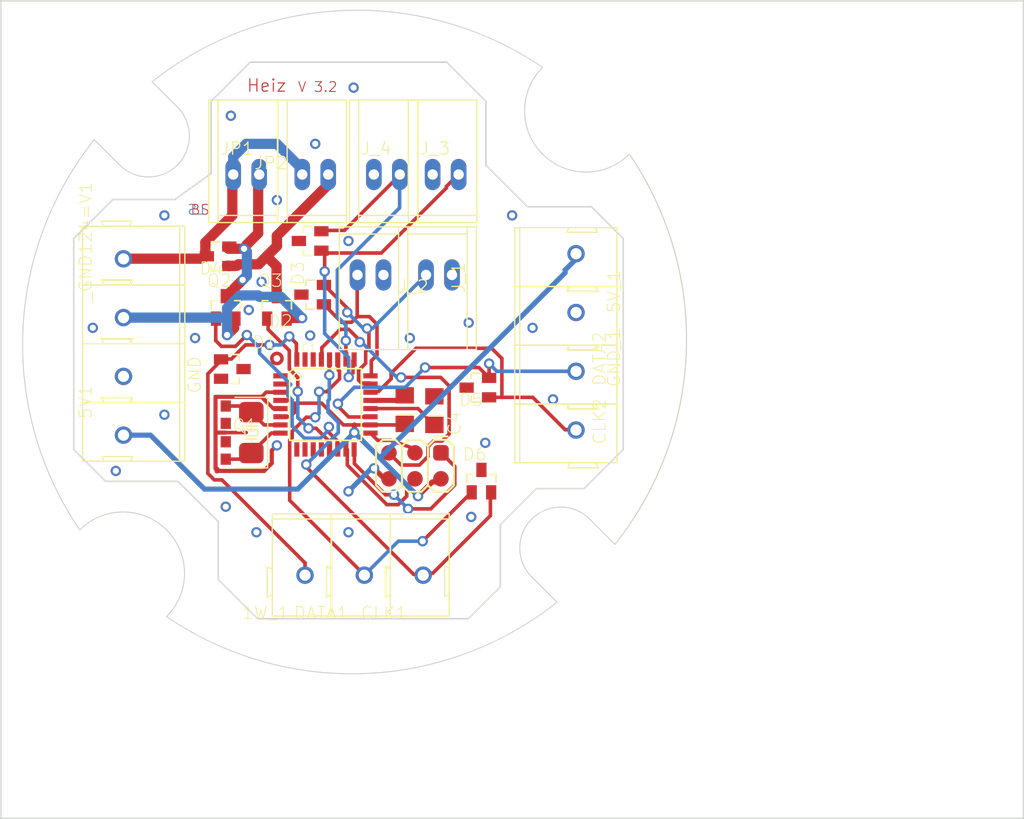
<source format=kicad_pcb>
(kicad_pcb (version 20171130) (host pcbnew 5.0.0-rc3+dfsg1-2)

  (general
    (thickness 1.6)
    (drawings 34)
    (tracks 392)
    (zones 0)
    (modules 33)
    (nets 34)
  )

  (page A4)
  (layers
    (0 Top signal)
    (31 Bottom signal)
    (32 B.Adhes user)
    (33 F.Adhes user)
    (34 B.Paste user)
    (35 F.Paste user)
    (36 B.SilkS user)
    (37 F.SilkS user)
    (38 B.Mask user)
    (39 F.Mask user)
    (40 Dwgs.User user)
    (41 Cmts.User user)
    (42 Eco1.User user)
    (43 Eco2.User user)
    (44 Edge.Cuts user)
    (45 Margin user)
    (46 B.CrtYd user)
    (47 F.CrtYd user)
    (48 B.Fab user)
    (49 F.Fab user)
  )

  (setup
    (last_trace_width 0.25)
    (trace_clearance 0.2)
    (zone_clearance 0.508)
    (zone_45_only no)
    (trace_min 0.2)
    (segment_width 0.2)
    (edge_width 0.15)
    (via_size 0.8)
    (via_drill 0.4)
    (via_min_size 0.35)
    (via_min_drill 0.3)
    (uvia_size 0.3)
    (uvia_drill 0.1)
    (uvias_allowed no)
    (uvia_min_size 0.2)
    (uvia_min_drill 0.1)
    (pcb_text_width 0.3)
    (pcb_text_size 1.5 1.5)
    (mod_edge_width 0.15)
    (mod_text_size 1 1)
    (mod_text_width 0.15)
    (pad_size 1.524 1.524)
    (pad_drill 0.762)
    (pad_to_mask_clearance 0.2)
    (aux_axis_origin 0 0)
    (visible_elements FFFFFF7F)
    (pcbplotparams
      (layerselection 0x010fc_ffffffff)
      (usegerberextensions false)
      (usegerberattributes false)
      (usegerberadvancedattributes false)
      (creategerberjobfile false)
      (excludeedgelayer true)
      (linewidth 0.100000)
      (plotframeref false)
      (viasonmask false)
      (mode 1)
      (useauxorigin false)
      (hpglpennumber 1)
      (hpglpenspeed 20)
      (hpglpendiameter 15.000000)
      (psnegative false)
      (psa4output false)
      (plotreference true)
      (plotvalue true)
      (plotinvisibletext false)
      (padsonsilk false)
      (subtractmaskfromsilk false)
      (outputformat 1)
      (mirror false)
      (drillshape 1)
      (scaleselection 1)
      (outputdirectory ""))
  )

  (net 0 "")
  (net 1 GND)
  (net 2 +5V)
  (net 3 "Net-(IC1-Pad29)")
  (net 4 "Net-(IC1-Pad15)")
  (net 5 "Net-(IC1-Pad17)")
  (net 6 "Net-(IC1-Pad16)")
  (net 7 "Net-(1W_1-PadP$1)")
  (net 8 "Net-(D1-Pad2)")
  (net 9 "Net-(C2-Pad2)")
  (net 10 "Net-(C3-Pad2)")
  (net 11 "Net-(IC1-Pad14)")
  (net 12 "Net-(Q2-Pad2)")
  (net 13 "Net-(D4-Pad2)")
  (net 14 "Net-(D6-Pad1)")
  (net 15 "Net-(IC1-Pad31)")
  (net 16 "Net-(IC1-Pad30)")
  (net 17 /B4)
  (net 18 /B3)
  (net 19 /B2)
  (net 20 /B1)
  (net 21 /B6)
  (net 22 "Net-(C4-Pad+)")
  (net 23 /B5)
  (net 24 "Net-(IC1-Pad13)")
  (net 25 "Net-(IC1-Pad12)")
  (net 26 "Net-(IC1-Pad11)")
  (net 27 "Net-(IC1-Pad10)")
  (net 28 "Net-(IC1-Pad9)")
  (net 29 "Net-(IC1-Pad2)")
  (net 30 "Net-(IC1-Pad1)")
  (net 31 "Net-(D4-Pad1)")
  (net 32 "Net-(24=V1-PadP$1)")
  (net 33 "Net-(CLK1-PadP$1)")

  (net_class Default "This is the default net class."
    (clearance 0.2)
    (trace_width 0.25)
    (via_dia 0.8)
    (via_drill 0.4)
    (uvia_dia 0.3)
    (uvia_drill 0.1)
    (add_net +5V)
    (add_net /B1)
    (add_net /B2)
    (add_net /B3)
    (add_net /B4)
    (add_net /B5)
    (add_net /B6)
    (add_net GND)
    (add_net "Net-(1W_1-PadP$1)")
    (add_net "Net-(24=V1-PadP$1)")
    (add_net "Net-(C2-Pad2)")
    (add_net "Net-(C3-Pad2)")
    (add_net "Net-(C4-Pad+)")
    (add_net "Net-(CLK1-PadP$1)")
    (add_net "Net-(D1-Pad2)")
    (add_net "Net-(D4-Pad1)")
    (add_net "Net-(D4-Pad2)")
    (add_net "Net-(D6-Pad1)")
    (add_net "Net-(IC1-Pad1)")
    (add_net "Net-(IC1-Pad10)")
    (add_net "Net-(IC1-Pad11)")
    (add_net "Net-(IC1-Pad12)")
    (add_net "Net-(IC1-Pad13)")
    (add_net "Net-(IC1-Pad14)")
    (add_net "Net-(IC1-Pad15)")
    (add_net "Net-(IC1-Pad16)")
    (add_net "Net-(IC1-Pad17)")
    (add_net "Net-(IC1-Pad2)")
    (add_net "Net-(IC1-Pad29)")
    (add_net "Net-(IC1-Pad30)")
    (add_net "Net-(IC1-Pad31)")
    (add_net "Net-(IC1-Pad9)")
    (add_net "Net-(Q2-Pad2)")
  )

  (module Heizung:2X3_PAD (layer Top) (tedit 0) (tstamp 5BAB7191)
    (at 139.0011 110.5036 180)
    (descr "Programming pads")
    (path /93CD699454307519)
    (fp_text reference U$3 (at -3.81 -3.175 180) (layer F.SilkS) hide
      (effects (font (size 1.2065 1.2065) (thickness 0.127)) (justify right top))
    )
    (fp_text value AVR_SPI_PRG_6PAD (at -3.81 4.445 180) (layer F.Fab) hide
      (effects (font (size 1.2065 1.2065) (thickness 0.1016)) (justify right top))
    )
    (fp_line (start -1.905 2.875) (end -3.175 2.875) (layer F.SilkS) (width 0.2032))
    (fp_line (start -3.175 2.54) (end -1.905 2.54) (layer F.SilkS) (width 0.2032))
    (fp_line (start -0.635 2.54) (end 0.635 2.54) (layer F.SilkS) (width 0.2032))
    (fp_line (start 1.905 2.54) (end 3.175 2.54) (layer F.SilkS) (width 0.2032))
    (fp_line (start 3.81 -1.905) (end 3.81 1.905) (layer F.SilkS) (width 0.2032))
    (fp_line (start 1.27 -1.905) (end 1.27 1.905) (layer F.SilkS) (width 0.2032))
    (fp_line (start -1.27 -1.905) (end -1.27 1.905) (layer F.SilkS) (width 0.2032))
    (fp_line (start 3.175 -2.54) (end 3.81 -1.905) (layer F.SilkS) (width 0.2032))
    (fp_line (start 1.905 -2.54) (end 3.175 -2.54) (layer F.SilkS) (width 0.2032))
    (fp_line (start 1.27 -1.905) (end 1.905 -2.54) (layer F.SilkS) (width 0.2032))
    (fp_line (start 0.635 -2.54) (end 1.27 -1.905) (layer F.SilkS) (width 0.2032))
    (fp_line (start -0.635 -2.54) (end 0.635 -2.54) (layer F.SilkS) (width 0.2032))
    (fp_line (start -1.27 -1.905) (end -0.635 -2.54) (layer F.SilkS) (width 0.2032))
    (fp_line (start -1.905 -2.54) (end -1.27 -1.905) (layer F.SilkS) (width 0.2032))
    (fp_line (start -3.175 -2.54) (end -1.905 -2.54) (layer F.SilkS) (width 0.2032))
    (fp_line (start -3.81 -1.905) (end -3.175 -2.54) (layer F.SilkS) (width 0.2032))
    (fp_line (start -3.81 1.905) (end -3.81 -1.905) (layer F.SilkS) (width 0.2032))
    (fp_line (start 3.175 2.54) (end 3.81 1.905) (layer F.SilkS) (width 0.2032))
    (fp_line (start 1.27 1.905) (end 1.905 2.54) (layer F.SilkS) (width 0.2032))
    (fp_line (start 0.635 2.54) (end 1.27 1.905) (layer F.SilkS) (width 0.2032))
    (fp_line (start -1.27 1.905) (end -0.635 2.54) (layer F.SilkS) (width 0.2032))
    (fp_line (start -1.905 2.54) (end -1.27 1.905) (layer F.SilkS) (width 0.2032))
    (fp_line (start -3.81 1.905) (end -3.175 2.54) (layer F.SilkS) (width 0.2032))
    (pad P$6 smd roundrect (at 2.54 -1.27) (size 1.524 1.524) (layers Top F.Paste F.Mask) (roundrect_rratio 0.5)
      (net 1 GND) (solder_mask_margin 0.1016))
    (pad P$5 smd roundrect (at 2.54 1.27) (size 1.524 1.524) (layers Top F.Paste F.Mask) (roundrect_rratio 0.5)
      (net 3 "Net-(IC1-Pad29)") (solder_mask_margin 0.1016))
    (pad P$4 smd roundrect (at 0 -1.27) (size 1.524 1.524) (layers Top F.Paste F.Mask) (roundrect_rratio 0.5)
      (net 4 "Net-(IC1-Pad15)") (solder_mask_margin 0.1016))
    (pad P$3 smd roundrect (at 0 1.27) (size 1.524 1.524) (layers Top F.Paste F.Mask) (roundrect_rratio 0.5)
      (net 5 "Net-(IC1-Pad17)") (solder_mask_margin 0.1016))
    (pad P$1 smd roundrect (at -2.54 1.27) (size 1.524 1.524) (layers Top F.Paste F.Mask) (roundrect_rratio 0.25)
      (net 6 "Net-(IC1-Pad16)") (solder_mask_margin 0.1016))
    (pad P$2 smd roundrect (at -2.54 -1.27) (size 1.524 1.524) (layers Top F.Paste F.Mask) (roundrect_rratio 0.5)
      (net 2 +5V) (solder_mask_margin 0.1016))
  )

  (module Heizung:SOT23 (layer Top) (tedit 0) (tstamp 5BAB71B1)
    (at 121.140475 101.036513 270)
    (descr <B>DIODE</B>)
    (path /BE5F3F048D141E84)
    (fp_text reference D1 (at -1.905 -1.905) (layer F.SilkS)
      (effects (font (size 1.2065 1.2065) (thickness 0.09652)) (justify left bottom))
    )
    (fp_text value ESD_DIODES (at -1.905 3.175 270) (layer F.Fab) hide
      (effects (font (size 1.2065 1.2065) (thickness 0.1016)) (justify right top))
    )
    (fp_poly (pts (xy -1.1684 1.2954) (xy -0.7112 1.2954) (xy -0.7112 0.7112) (xy -1.1684 0.7112)) (layer F.Fab) (width 0))
    (fp_poly (pts (xy 0.7112 1.2954) (xy 1.1684 1.2954) (xy 1.1684 0.7112) (xy 0.7112 0.7112)) (layer F.Fab) (width 0))
    (fp_poly (pts (xy -0.2286 -0.7112) (xy 0.2286 -0.7112) (xy 0.2286 -1.2954) (xy -0.2286 -1.2954)) (layer F.Fab) (width 0))
    (fp_line (start 0.8636 -0.6604) (end 1.4224 -0.6604) (layer F.SilkS) (width 0.1524))
    (fp_line (start 1.4224 -0.6604) (end 1.4224 0.1524) (layer F.SilkS) (width 0.1524))
    (fp_line (start -1.4224 -0.6604) (end -0.8636 -0.6604) (layer F.SilkS) (width 0.1524))
    (fp_line (start -1.4224 0.1524) (end -1.4224 -0.6604) (layer F.SilkS) (width 0.1524))
    (fp_line (start -1.4224 -0.6604) (end 1.4224 -0.6604) (layer F.Fab) (width 0.1524))
    (fp_line (start -1.4224 0.6604) (end -1.4224 -0.6604) (layer F.Fab) (width 0.1524))
    (fp_line (start 1.4224 0.6604) (end -1.4224 0.6604) (layer F.Fab) (width 0.1524))
    (fp_line (start 1.4224 -0.6604) (end 1.4224 0.6604) (layer F.Fab) (width 0.1524))
    (pad 1 smd rect (at -0.95 1.1 270) (size 1 1.4) (layers Top F.Paste F.Mask)
      (net 7 "Net-(1W_1-PadP$1)") (solder_mask_margin 0.1016))
    (pad 2 smd rect (at 0.95 1.1 270) (size 1 1.4) (layers Top F.Paste F.Mask)
      (net 8 "Net-(D1-Pad2)") (solder_mask_margin 0.1016))
    (pad 3 smd rect (at 0 -1.1 270) (size 1 1.4) (layers Top F.Paste F.Mask)
      (net 1 GND) (solder_mask_margin 0.1016))
  )

  (module Heizung:Q_SMD5 (layer Top) (tedit 0) (tstamp 5BAB71C2)
    (at 123.0011 107.2536 270)
    (path /4FCDC6127A211019)
    (fp_text reference Q1 (at 0 1.905) (layer F.SilkS)
      (effects (font (size 1.2065 1.2065) (thickness 0.09652)) (justify left bottom))
    )
    (fp_text value XTALSMD5 (at 0 -1.905 90) (layer F.Fab)
      (effects (font (size 1.2065 1.2065) (thickness 0.09652)) (justify right top))
    )
    (fp_line (start -3.4525 1.6) (end -3.4525 -1.6) (layer F.SilkS) (width 0.127))
    (fp_line (start 3.4525 1.6) (end -3.4525 1.6) (layer F.Fab) (width 0.127))
    (fp_line (start 3.4525 -1.6) (end 3.4525 1.6) (layer F.SilkS) (width 0.127))
    (fp_line (start -3.4525 -1.6) (end 3.4525 -1.6) (layer F.SilkS) (width 0.127))
    (fp_poly (pts (xy -0.3175 0.635) (xy 0.3175 0.635) (xy 0.3175 -0.635) (xy -0.3175 -0.635)) (layer F.Adhes) (width 0))
    (fp_line (start 0.635 0) (end 0.9525 0) (layer F.SilkS) (width 0.127))
    (fp_line (start -0.635 0) (end -0.9525 0) (layer F.SilkS) (width 0.127))
    (fp_line (start -0.635 0) (end -0.635 0.635) (layer F.SilkS) (width 0.127))
    (fp_line (start -0.635 -0.635) (end -0.635 0) (layer F.SilkS) (width 0.127))
    (fp_line (start 0.635 0) (end 0.635 0.635) (layer F.SilkS) (width 0.127))
    (fp_line (start 0.635 -0.635) (end 0.635 0) (layer F.SilkS) (width 0.127))
    (fp_line (start 0.3175 -0.635) (end -0.3175 -0.635) (layer F.SilkS) (width 0.127))
    (fp_line (start 0.3175 0.635) (end 0.3175 -0.635) (layer F.SilkS) (width 0.127))
    (fp_line (start -0.3175 0.635) (end 0.3175 0.635) (layer F.SilkS) (width 0.127))
    (fp_line (start -0.3175 -0.635) (end -0.3175 0.635) (layer F.SilkS) (width 0.127))
    (pad P$2 smd roundrect (at -2 0 270) (size 2 2.4) (layers Top F.Paste F.Mask) (roundrect_rratio 0.25)
      (net 9 "Net-(C2-Pad2)") (solder_mask_margin 0.1016))
    (pad P$1 smd roundrect (at 2 0 270) (size 2 2.4) (layers Top F.Paste F.Mask) (roundrect_rratio 0.25)
      (net 10 "Net-(C3-Pad2)") (solder_mask_margin 0.1016))
  )

  (module Heizung:C0603 (layer Top) (tedit 0) (tstamp 5BAB71D6)
    (at 120.5011 105.5036 90)
    (descr <b>CAPACITOR</b>)
    (path /E104166D5E04C3D3)
    (fp_text reference C2 (at -0.635 -0.635 90) (layer F.SilkS) hide
      (effects (font (size 1.2065 1.2065) (thickness 0.1016)) (justify left bottom))
    )
    (fp_text value 15n (at -0.635 1.905 90) (layer F.Fab)
      (effects (font (size 1.2065 1.2065) (thickness 0.09652)) (justify right top))
    )
    (fp_poly (pts (xy -0.1999 0.3) (xy 0.1999 0.3) (xy 0.1999 -0.3) (xy -0.1999 -0.3)) (layer F.Adhes) (width 0))
    (fp_poly (pts (xy 0.3302 0.4699) (xy 0.8303 0.4699) (xy 0.8303 -0.4801) (xy 0.3302 -0.4801)) (layer F.Fab) (width 0))
    (fp_poly (pts (xy -0.8382 0.4699) (xy -0.3381 0.4699) (xy -0.3381 -0.4801) (xy -0.8382 -0.4801)) (layer F.Fab) (width 0))
    (fp_line (start -0.356 0.419) (end 0.356 0.419) (layer F.Fab) (width 0.1016))
    (fp_line (start -0.356 -0.432) (end 0.356 -0.432) (layer F.Fab) (width 0.1016))
    (fp_line (start -1.473 0.983) (end -1.473 -0.983) (layer Dwgs.User) (width 0.0508))
    (fp_line (start 1.473 0.983) (end -1.473 0.983) (layer Dwgs.User) (width 0.0508))
    (fp_line (start 1.473 -0.983) (end 1.473 0.983) (layer Dwgs.User) (width 0.0508))
    (fp_line (start -1.473 -0.983) (end 1.473 -0.983) (layer Dwgs.User) (width 0.0508))
    (pad 2 smd rect (at 0.85 0 90) (size 1.1 1) (layers Top F.Paste F.Mask)
      (net 9 "Net-(C2-Pad2)") (solder_mask_margin 0.1016))
    (pad 1 smd rect (at -0.85 0 90) (size 1.1 1) (layers Top F.Paste F.Mask)
      (net 1 GND) (solder_mask_margin 0.1016))
  )

  (module Heizung:C0603 (layer Top) (tedit 0) (tstamp 5BAB71E4)
    (at 120.5011 109.0036 270)
    (descr <b>CAPACITOR</b>)
    (path /F9ED3A243DEB5B2B)
    (fp_text reference C3 (at -0.635 -0.635 270) (layer F.SilkS) hide
      (effects (font (size 1.2065 1.2065) (thickness 0.1016)) (justify right top))
    )
    (fp_text value 15n (at -0.635 1.905 90) (layer F.Fab)
      (effects (font (size 1.2065 1.2065) (thickness 0.09652)) (justify right top))
    )
    (fp_poly (pts (xy -0.1999 0.3) (xy 0.1999 0.3) (xy 0.1999 -0.3) (xy -0.1999 -0.3)) (layer F.Adhes) (width 0))
    (fp_poly (pts (xy 0.3302 0.4699) (xy 0.8303 0.4699) (xy 0.8303 -0.4801) (xy 0.3302 -0.4801)) (layer F.Fab) (width 0))
    (fp_poly (pts (xy -0.8382 0.4699) (xy -0.3381 0.4699) (xy -0.3381 -0.4801) (xy -0.8382 -0.4801)) (layer F.Fab) (width 0))
    (fp_line (start -0.356 0.419) (end 0.356 0.419) (layer F.Fab) (width 0.1016))
    (fp_line (start -0.356 -0.432) (end 0.356 -0.432) (layer F.Fab) (width 0.1016))
    (fp_line (start -1.473 0.983) (end -1.473 -0.983) (layer Dwgs.User) (width 0.0508))
    (fp_line (start 1.473 0.983) (end -1.473 0.983) (layer Dwgs.User) (width 0.0508))
    (fp_line (start 1.473 -0.983) (end 1.473 0.983) (layer Dwgs.User) (width 0.0508))
    (fp_line (start -1.473 -0.983) (end 1.473 -0.983) (layer Dwgs.User) (width 0.0508))
    (pad 2 smd rect (at 0.85 0 270) (size 1.1 1) (layers Top F.Paste F.Mask)
      (net 10 "Net-(C3-Pad2)") (solder_mask_margin 0.1016))
    (pad 1 smd rect (at -0.85 0 270) (size 1.1 1) (layers Top F.Paste F.Mask)
      (net 1 GND) (solder_mask_margin 0.1016))
  )

  (module Heizung:UNTERPUTZDOSE (layer Top) (tedit 0) (tstamp 5BAB71F2)
    (at 133.095068 98.391397 45)
    (fp_text reference U$1 (at 0 0 45) (layer F.SilkS) hide
      (effects (font (size 1.27 1.27) (thickness 0.15)))
    )
    (fp_text value "" (at 0 0 45) (layer F.SilkS) hide
      (effects (font (size 1.27 1.27) (thickness 0.15)))
    )
    (fp_arc (start -32 0) (end -32 6) (angle -180) (layer Edge.Cuts) (width 0))
    (fp_arc (start 32 0) (end 32 -6) (angle -180) (layer Edge.Cuts) (width 0))
    (fp_arc (start -0.357142 0) (end -32 6) (angle -72.768704) (layer Edge.Cuts) (width 0))
    (fp_arc (start 0.357142 0) (end 32 6) (angle 72.768704) (layer Edge.Cuts) (width 0))
    (fp_arc (start -0.357142 0) (end -32 -6) (angle 72.768704) (layer Edge.Cuts) (width 0))
    (fp_arc (start 0.357142 0) (end 32 6) (angle 72.768704) (layer F.SilkS) (width 0))
    (fp_arc (start 0.357142 0) (end 32 -6) (angle -72.768704) (layer Edge.Cuts) (width 0))
    (fp_line (start 4 -28.5) (end 4 -32) (layer Edge.Cuts) (width 0))
    (fp_arc (start 0 -28.5) (end 0 -24.5) (angle -90) (layer Edge.Cuts) (width 0))
    (fp_arc (start 0 -28.5) (end -4 -28.5) (angle -90) (layer Edge.Cuts) (width 0))
    (fp_line (start -4 -32) (end -4 -28.5) (layer Edge.Cuts) (width 0))
    (fp_line (start 4 28.5) (end 4 32) (layer Edge.Cuts) (width 0))
    (fp_arc (start 0 28.5) (end 0 24.5) (angle 90) (layer Edge.Cuts) (width 0))
    (fp_arc (start 0 28.5) (end -4 28.5) (angle 90) (layer Edge.Cuts) (width 0))
    (fp_line (start -4 32) (end -4 28.5) (layer Edge.Cuts) (width 0))
  )

  (module Heizung:CP1206 (layer Top) (tedit 0) (tstamp 5BAB7204)
    (at 138.0011 105.0036 270)
    (path /D6337D9AAD1473B4)
    (fp_text reference C1 (at 0 -1.27 270) (layer F.SilkS) hide
      (effects (font (size 1.2065 1.2065) (thickness 0.1016)) (justify right top))
    )
    (fp_text value 0.1µ (at 0 1.27 270) (layer F.Fab) hide
      (effects (font (size 1.2065 1.2065) (thickness 0.1016)) (justify right top))
    )
    (fp_line (start 0.5 -0.787) (end 0.5 0.787) (layer F.SilkS) (width 0.127))
    (fp_poly (pts (xy -0.1999 0.4001) (xy 0.1999 0.4001) (xy 0.1999 -0.4001) (xy -0.1999 -0.4001)) (layer F.Adhes) (width 0))
    (fp_poly (pts (xy 0.9517 0.8491) (xy 1.7018 0.8491) (xy 1.7018 -0.8509) (xy 0.9517 -0.8509)) (layer F.Fab) (width 0))
    (fp_poly (pts (xy -1.7018 0.8509) (xy -0.9517 0.8509) (xy -0.9517 -0.8491) (xy -1.7018 -0.8491)) (layer F.Fab) (width 0))
    (fp_line (start -0.965 0.787) (end 0.965 0.787) (layer F.Fab) (width 0.1016))
    (fp_line (start -0.965 -0.787) (end 0.965 -0.787) (layer F.Fab) (width 0.1016))
    (fp_line (start 2.473 -0.983) (end 2.473 0.983) (layer Dwgs.User) (width 0.0508))
    (fp_line (start 2.473 0.983) (end -2.473 0.983) (layer Dwgs.User) (width 0.0508))
    (fp_line (start -2.473 -0.983) (end 2.473 -0.983) (layer Dwgs.User) (width 0.0508))
    (pad + smd rect (at 1.4 0 270) (size 1.6 1.8) (layers Top F.Paste F.Mask)
      (net 2 +5V) (solder_mask_margin 0.1016))
    (pad - smd rect (at -1.4 0 270) (size 1.6 1.8) (layers Top F.Paste F.Mask)
      (net 1 GND) (solder_mask_margin 0.1016))
  )

  (module Heizung:WAGO_243 (layer Top) (tedit 0) (tstamp 5BAB7212)
    (at 110.5011 101.7536)
    (path /797CAD52D6CCDD8B)
    (fp_text reference B_GND1 (at -3 -1.5) (layer F.SilkS) hide
      (effects (font (size 1.2065 1.2065) (thickness 0.1016)) (justify left bottom))
    )
    (fp_text value WAGO_243 (at 0 0) (layer F.SilkS) hide
      (effects (font (size 1.27 1.27) (thickness 0.15)))
    )
    (fp_line (start -1.9 2.55) (end 0.7 2.55) (layer F.SilkS) (width 0.127))
    (fp_line (start -2.1 2.1) (end -1.9 2.55) (layer F.SilkS) (width 0.127))
    (fp_line (start 0.9 2.1) (end 0.7 2.55) (layer F.SilkS) (width 0.127))
    (fp_line (start -2.1 2.1) (end 0.9 2.1) (layer F.SilkS) (width 0.127))
    (fp_line (start -2.2 -3.7) (end -1.9 -3.2) (layer F.SilkS) (width 0.127))
    (fp_line (start 0.8 -3.7) (end 0.6 -3.2) (layer F.SilkS) (width 0.127))
    (fp_line (start -2.2 -3.7) (end 0.8 -3.7) (layer F.SilkS) (width 0.127))
    (fp_line (start 5.5 -3.2) (end 5.5 2.55) (layer F.SilkS) (width 0.127))
    (fp_line (start -1.9 2.55) (end -4 2.55) (layer F.SilkS) (width 0.127))
    (fp_line (start 5.5 2.55) (end 0.7 2.55) (layer F.SilkS) (width 0.127))
    (fp_line (start 6 2.55) (end 5.5 2.55) (layer F.SilkS) (width 0.127))
    (fp_line (start 6 -3.2) (end 6 2.55) (layer F.SilkS) (width 0.127))
    (fp_line (start 5.5 -3.2) (end 6 -3.2) (layer F.SilkS) (width 0.127))
    (fp_line (start 0.6 -3.2) (end 5.5 -3.2) (layer F.SilkS) (width 0.127))
    (fp_line (start -1.9 -3.2) (end 0.6 -3.2) (layer F.SilkS) (width 0.127))
    (fp_line (start -4 -3.2) (end -1.9 -3.2) (layer F.SilkS) (width 0.127))
    (fp_line (start -4 2.55) (end -4 -3.2) (layer F.SilkS) (width 0.127))
    (pad P$1 thru_hole circle (at 0 0) (size 1.7 1.7) (drill 1.1) (layers *.Cu *.Mask)
      (net 1 GND) (solder_mask_margin 0.1016))
  )

  (module Heizung:WAGO_243 (layer Top) (tedit 0) (tstamp 5BAB7227)
    (at 110.5011 90.2536)
    (path /AA054744E20DBBD2)
    (fp_text reference 24=V1 (at -3 -1.5 90) (layer F.SilkS)
      (effects (font (size 1.2065 1.2065) (thickness 0.09652)) (justify left bottom))
    )
    (fp_text value WAGO_243 (at 0 0) (layer F.SilkS) hide
      (effects (font (size 1.27 1.27) (thickness 0.15)))
    )
    (fp_line (start -1.9 2.55) (end 0.7 2.55) (layer F.SilkS) (width 0.127))
    (fp_line (start -2.1 2.1) (end -1.9 2.55) (layer F.SilkS) (width 0.127))
    (fp_line (start 0.9 2.1) (end 0.7 2.55) (layer F.SilkS) (width 0.127))
    (fp_line (start -2.1 2.1) (end 0.9 2.1) (layer F.SilkS) (width 0.127))
    (fp_line (start -2.2 -3.7) (end -1.9 -3.2) (layer F.SilkS) (width 0.127))
    (fp_line (start 0.8 -3.7) (end 0.6 -3.2) (layer F.SilkS) (width 0.127))
    (fp_line (start -2.2 -3.7) (end 0.8 -3.7) (layer F.SilkS) (width 0.127))
    (fp_line (start 5.5 -3.2) (end 5.5 2.55) (layer F.SilkS) (width 0.127))
    (fp_line (start -1.9 2.55) (end -4 2.55) (layer F.SilkS) (width 0.127))
    (fp_line (start 5.5 2.55) (end 0.7 2.55) (layer F.SilkS) (width 0.127))
    (fp_line (start 6 2.55) (end 5.5 2.55) (layer F.SilkS) (width 0.127))
    (fp_line (start 6 -3.2) (end 6 2.55) (layer F.SilkS) (width 0.127))
    (fp_line (start 5.5 -3.2) (end 6 -3.2) (layer F.SilkS) (width 0.127))
    (fp_line (start 0.6 -3.2) (end 5.5 -3.2) (layer F.SilkS) (width 0.127))
    (fp_line (start -1.9 -3.2) (end 0.6 -3.2) (layer F.SilkS) (width 0.127))
    (fp_line (start -4 -3.2) (end -1.9 -3.2) (layer F.SilkS) (width 0.127))
    (fp_line (start -4 2.55) (end -4 -3.2) (layer F.SilkS) (width 0.127))
    (pad P$1 thru_hole circle (at 0 0) (size 1.7 1.7) (drill 1.1) (layers *.Cu *.Mask)
      (net 32 "Net-(24=V1-PadP$1)") (solder_mask_margin 0.1016))
  )

  (module Heizung:SOT23 (layer Top) (tedit 0) (tstamp 5BAB723C)
    (at 120.5011 95.0036)
    (descr <B>DIODE</B>)
    (path /2C692F70DA191B3C)
    (fp_text reference Q2 (at -1.905 -1.905) (layer F.SilkS)
      (effects (font (size 1.2065 1.2065) (thickness 0.09652)) (justify left bottom))
    )
    (fp_text value 2N7002 (at -1.905 3.175) (layer F.Fab) hide
      (effects (font (size 1.2065 1.2065) (thickness 0.1016)) (justify left bottom))
    )
    (fp_poly (pts (xy -1.1684 1.2954) (xy -0.7112 1.2954) (xy -0.7112 0.7112) (xy -1.1684 0.7112)) (layer F.Fab) (width 0))
    (fp_poly (pts (xy 0.7112 1.2954) (xy 1.1684 1.2954) (xy 1.1684 0.7112) (xy 0.7112 0.7112)) (layer F.Fab) (width 0))
    (fp_poly (pts (xy -0.2286 -0.7112) (xy 0.2286 -0.7112) (xy 0.2286 -1.2954) (xy -0.2286 -1.2954)) (layer F.Fab) (width 0))
    (fp_line (start 0.8636 -0.6604) (end 1.4224 -0.6604) (layer F.SilkS) (width 0.1524))
    (fp_line (start 1.4224 -0.6604) (end 1.4224 0.1524) (layer F.SilkS) (width 0.1524))
    (fp_line (start -1.4224 -0.6604) (end -0.8636 -0.6604) (layer F.SilkS) (width 0.1524))
    (fp_line (start -1.4224 0.1524) (end -1.4224 -0.6604) (layer F.SilkS) (width 0.1524))
    (fp_line (start -1.4224 -0.6604) (end 1.4224 -0.6604) (layer F.Fab) (width 0.1524))
    (fp_line (start -1.4224 0.6604) (end -1.4224 -0.6604) (layer F.Fab) (width 0.1524))
    (fp_line (start 1.4224 0.6604) (end -1.4224 0.6604) (layer F.Fab) (width 0.1524))
    (fp_line (start 1.4224 -0.6604) (end 1.4224 0.6604) (layer F.Fab) (width 0.1524))
    (pad 1 smd rect (at -0.95 1.1) (size 1 1.4) (layers Top F.Paste F.Mask)
      (net 11 "Net-(IC1-Pad14)") (solder_mask_margin 0.1016))
    (pad 2 smd rect (at 0.95 1.1) (size 1 1.4) (layers Top F.Paste F.Mask)
      (net 12 "Net-(Q2-Pad2)") (solder_mask_margin 0.1016))
    (pad 3 smd rect (at 0 -1.1) (size 1 1.4) (layers Top F.Paste F.Mask)
      (net 13 "Net-(D4-Pad2)") (solder_mask_margin 0.1016))
  )

  (module Heizung:WAGO_243 (layer Top) (tedit 0) (tstamp 5BAB724D)
    (at 110.5011 107.5036)
    (path /4A29C2C44B67AADA)
    (fp_text reference 5V1 (at -3 -1.5 90) (layer F.SilkS)
      (effects (font (size 1.2065 1.2065) (thickness 0.09652)) (justify left bottom))
    )
    (fp_text value WAGO_243 (at 0 0) (layer F.SilkS) hide
      (effects (font (size 1.27 1.27) (thickness 0.15)))
    )
    (fp_line (start -1.9 2.55) (end 0.7 2.55) (layer F.SilkS) (width 0.127))
    (fp_line (start -2.1 2.1) (end -1.9 2.55) (layer F.SilkS) (width 0.127))
    (fp_line (start 0.9 2.1) (end 0.7 2.55) (layer F.SilkS) (width 0.127))
    (fp_line (start -2.1 2.1) (end 0.9 2.1) (layer F.SilkS) (width 0.127))
    (fp_line (start -2.2 -3.7) (end -1.9 -3.2) (layer F.SilkS) (width 0.127))
    (fp_line (start 0.8 -3.7) (end 0.6 -3.2) (layer F.SilkS) (width 0.127))
    (fp_line (start -2.2 -3.7) (end 0.8 -3.7) (layer F.SilkS) (width 0.127))
    (fp_line (start 5.5 -3.2) (end 5.5 2.55) (layer F.SilkS) (width 0.127))
    (fp_line (start -1.9 2.55) (end -4 2.55) (layer F.SilkS) (width 0.127))
    (fp_line (start 5.5 2.55) (end 0.7 2.55) (layer F.SilkS) (width 0.127))
    (fp_line (start 6 2.55) (end 5.5 2.55) (layer F.SilkS) (width 0.127))
    (fp_line (start 6 -3.2) (end 6 2.55) (layer F.SilkS) (width 0.127))
    (fp_line (start 5.5 -3.2) (end 6 -3.2) (layer F.SilkS) (width 0.127))
    (fp_line (start 0.6 -3.2) (end 5.5 -3.2) (layer F.SilkS) (width 0.127))
    (fp_line (start -1.9 -3.2) (end 0.6 -3.2) (layer F.SilkS) (width 0.127))
    (fp_line (start -4 -3.2) (end -1.9 -3.2) (layer F.SilkS) (width 0.127))
    (fp_line (start -4 2.55) (end -4 -3.2) (layer F.SilkS) (width 0.127))
    (pad P$1 thru_hole circle (at 0 0) (size 1.7 1.7) (drill 1.1) (layers *.Cu *.Mask)
      (net 2 +5V) (solder_mask_margin 0.1016))
  )

  (module Heizung:WAGO_243 (layer Top) (tedit 0) (tstamp 5BAB7262)
    (at 128.2511 121.2036 90)
    (path /4CD09FD7AD3A8BF9)
    (fp_text reference 1W_1 (at -3 -1.5) (layer F.SilkS)
      (effects (font (size 1.2065 1.2065) (thickness 0.09652)) (justify right top))
    )
    (fp_text value WAGO_243 (at 0 0 90) (layer F.SilkS) hide
      (effects (font (size 1.27 1.27) (thickness 0.15)))
    )
    (fp_line (start -1.9 2.55) (end 0.7 2.55) (layer F.SilkS) (width 0.127))
    (fp_line (start -2.1 2.1) (end -1.9 2.55) (layer F.SilkS) (width 0.127))
    (fp_line (start 0.9 2.1) (end 0.7 2.55) (layer F.SilkS) (width 0.127))
    (fp_line (start -2.1 2.1) (end 0.9 2.1) (layer F.SilkS) (width 0.127))
    (fp_line (start -2.2 -3.7) (end -1.9 -3.2) (layer F.SilkS) (width 0.127))
    (fp_line (start 0.8 -3.7) (end 0.6 -3.2) (layer F.SilkS) (width 0.127))
    (fp_line (start -2.2 -3.7) (end 0.8 -3.7) (layer F.SilkS) (width 0.127))
    (fp_line (start 5.5 -3.2) (end 5.5 2.55) (layer F.SilkS) (width 0.127))
    (fp_line (start -1.9 2.55) (end -4 2.55) (layer F.SilkS) (width 0.127))
    (fp_line (start 5.5 2.55) (end 0.7 2.55) (layer F.SilkS) (width 0.127))
    (fp_line (start 6 2.55) (end 5.5 2.55) (layer F.SilkS) (width 0.127))
    (fp_line (start 6 -3.2) (end 6 2.55) (layer F.SilkS) (width 0.127))
    (fp_line (start 5.5 -3.2) (end 6 -3.2) (layer F.SilkS) (width 0.127))
    (fp_line (start 0.6 -3.2) (end 5.5 -3.2) (layer F.SilkS) (width 0.127))
    (fp_line (start -1.9 -3.2) (end 0.6 -3.2) (layer F.SilkS) (width 0.127))
    (fp_line (start -4 -3.2) (end -1.9 -3.2) (layer F.SilkS) (width 0.127))
    (fp_line (start -4 2.55) (end -4 -3.2) (layer F.SilkS) (width 0.127))
    (pad P$1 thru_hole circle (at 0 0 90) (size 1.7 1.7) (drill 1.1) (layers *.Cu *.Mask)
      (net 7 "Net-(1W_1-PadP$1)") (solder_mask_margin 0.1016))
  )

  (module Heizung:WAGO_243 (layer Top) (tedit 0) (tstamp 5BAB7277)
    (at 154.7511 89.7536 180)
    (path /7EAA43CE27B594DB)
    (fp_text reference 5V_1 (at -3 -1.5 90) (layer F.SilkS)
      (effects (font (size 1.2065 1.2065) (thickness 0.09652)) (justify right top))
    )
    (fp_text value WAGO_243 (at 0 0 180) (layer F.SilkS) hide
      (effects (font (size 1.27 1.27) (thickness 0.15)) (justify right top))
    )
    (fp_line (start -1.9 2.55) (end 0.7 2.55) (layer F.SilkS) (width 0.127))
    (fp_line (start -2.1 2.1) (end -1.9 2.55) (layer F.SilkS) (width 0.127))
    (fp_line (start 0.9 2.1) (end 0.7 2.55) (layer F.SilkS) (width 0.127))
    (fp_line (start -2.1 2.1) (end 0.9 2.1) (layer F.SilkS) (width 0.127))
    (fp_line (start -2.2 -3.7) (end -1.9 -3.2) (layer F.SilkS) (width 0.127))
    (fp_line (start 0.8 -3.7) (end 0.6 -3.2) (layer F.SilkS) (width 0.127))
    (fp_line (start -2.2 -3.7) (end 0.8 -3.7) (layer F.SilkS) (width 0.127))
    (fp_line (start 5.5 -3.2) (end 5.5 2.55) (layer F.SilkS) (width 0.127))
    (fp_line (start -1.9 2.55) (end -4 2.55) (layer F.SilkS) (width 0.127))
    (fp_line (start 5.5 2.55) (end 0.7 2.55) (layer F.SilkS) (width 0.127))
    (fp_line (start 6 2.55) (end 5.5 2.55) (layer F.SilkS) (width 0.127))
    (fp_line (start 6 -3.2) (end 6 2.55) (layer F.SilkS) (width 0.127))
    (fp_line (start 5.5 -3.2) (end 6 -3.2) (layer F.SilkS) (width 0.127))
    (fp_line (start 0.6 -3.2) (end 5.5 -3.2) (layer F.SilkS) (width 0.127))
    (fp_line (start -1.9 -3.2) (end 0.6 -3.2) (layer F.SilkS) (width 0.127))
    (fp_line (start -4 -3.2) (end -1.9 -3.2) (layer F.SilkS) (width 0.127))
    (fp_line (start -4 2.55) (end -4 -3.2) (layer F.SilkS) (width 0.127))
    (pad P$1 thru_hole circle (at 0 0 180) (size 1.7 1.7) (drill 1.1) (layers *.Cu *.Mask)
      (net 2 +5V) (solder_mask_margin 0.1016))
  )

  (module Heizung:WAGO_243 (layer Top) (tedit 0) (tstamp 5BAB728C)
    (at 154.7511 95.5036 180)
    (path /6EC54185CE2B9836)
    (fp_text reference GND_1 (at -3 -1.5 90) (layer F.SilkS)
      (effects (font (size 1.2065 1.2065) (thickness 0.09652)) (justify right top))
    )
    (fp_text value WAGO_243 (at 0 0 180) (layer F.SilkS) hide
      (effects (font (size 1.27 1.27) (thickness 0.15)) (justify right top))
    )
    (fp_line (start -1.9 2.55) (end 0.7 2.55) (layer F.SilkS) (width 0.127))
    (fp_line (start -2.1 2.1) (end -1.9 2.55) (layer F.SilkS) (width 0.127))
    (fp_line (start 0.9 2.1) (end 0.7 2.55) (layer F.SilkS) (width 0.127))
    (fp_line (start -2.1 2.1) (end 0.9 2.1) (layer F.SilkS) (width 0.127))
    (fp_line (start -2.2 -3.7) (end -1.9 -3.2) (layer F.SilkS) (width 0.127))
    (fp_line (start 0.8 -3.7) (end 0.6 -3.2) (layer F.SilkS) (width 0.127))
    (fp_line (start -2.2 -3.7) (end 0.8 -3.7) (layer F.SilkS) (width 0.127))
    (fp_line (start 5.5 -3.2) (end 5.5 2.55) (layer F.SilkS) (width 0.127))
    (fp_line (start -1.9 2.55) (end -4 2.55) (layer F.SilkS) (width 0.127))
    (fp_line (start 5.5 2.55) (end 0.7 2.55) (layer F.SilkS) (width 0.127))
    (fp_line (start 6 2.55) (end 5.5 2.55) (layer F.SilkS) (width 0.127))
    (fp_line (start 6 -3.2) (end 6 2.55) (layer F.SilkS) (width 0.127))
    (fp_line (start 5.5 -3.2) (end 6 -3.2) (layer F.SilkS) (width 0.127))
    (fp_line (start 0.6 -3.2) (end 5.5 -3.2) (layer F.SilkS) (width 0.127))
    (fp_line (start -1.9 -3.2) (end 0.6 -3.2) (layer F.SilkS) (width 0.127))
    (fp_line (start -4 -3.2) (end -1.9 -3.2) (layer F.SilkS) (width 0.127))
    (fp_line (start -4 2.55) (end -4 -3.2) (layer F.SilkS) (width 0.127))
    (pad P$1 thru_hole circle (at 0 0 180) (size 1.7 1.7) (drill 1.1) (layers *.Cu *.Mask)
      (net 1 GND) (solder_mask_margin 0.1016))
  )

  (module Heizung:WAGO_243 (layer Top) (tedit 0) (tstamp 5BAB72A1)
    (at 139.8011 121.2036 90)
    (path /53FEAC95A57AC11)
    (fp_text reference CLK1 (at -3 -1.5) (layer F.SilkS)
      (effects (font (size 1.2065 1.2065) (thickness 0.09652)) (justify right top))
    )
    (fp_text value WAGO_243 (at 0 0 90) (layer F.SilkS) hide
      (effects (font (size 1.27 1.27) (thickness 0.15)))
    )
    (fp_line (start -1.9 2.55) (end 0.7 2.55) (layer F.SilkS) (width 0.127))
    (fp_line (start -2.1 2.1) (end -1.9 2.55) (layer F.SilkS) (width 0.127))
    (fp_line (start 0.9 2.1) (end 0.7 2.55) (layer F.SilkS) (width 0.127))
    (fp_line (start -2.1 2.1) (end 0.9 2.1) (layer F.SilkS) (width 0.127))
    (fp_line (start -2.2 -3.7) (end -1.9 -3.2) (layer F.SilkS) (width 0.127))
    (fp_line (start 0.8 -3.7) (end 0.6 -3.2) (layer F.SilkS) (width 0.127))
    (fp_line (start -2.2 -3.7) (end 0.8 -3.7) (layer F.SilkS) (width 0.127))
    (fp_line (start 5.5 -3.2) (end 5.5 2.55) (layer F.SilkS) (width 0.127))
    (fp_line (start -1.9 2.55) (end -4 2.55) (layer F.SilkS) (width 0.127))
    (fp_line (start 5.5 2.55) (end 0.7 2.55) (layer F.SilkS) (width 0.127))
    (fp_line (start 6 2.55) (end 5.5 2.55) (layer F.SilkS) (width 0.127))
    (fp_line (start 6 -3.2) (end 6 2.55) (layer F.SilkS) (width 0.127))
    (fp_line (start 5.5 -3.2) (end 6 -3.2) (layer F.SilkS) (width 0.127))
    (fp_line (start 0.6 -3.2) (end 5.5 -3.2) (layer F.SilkS) (width 0.127))
    (fp_line (start -1.9 -3.2) (end 0.6 -3.2) (layer F.SilkS) (width 0.127))
    (fp_line (start -4 -3.2) (end -1.9 -3.2) (layer F.SilkS) (width 0.127))
    (fp_line (start -4 2.55) (end -4 -3.2) (layer F.SilkS) (width 0.127))
    (pad P$1 thru_hole circle (at 0 0 90) (size 1.7 1.7) (drill 1.1) (layers *.Cu *.Mask)
      (net 33 "Net-(CLK1-PadP$1)") (solder_mask_margin 0.1016))
  )

  (module Heizung:WAGO_243 (layer Top) (tedit 0) (tstamp 5BAB72B6)
    (at 134.0511 121.2036 90)
    (path /754EF632AB5CCFA8)
    (fp_text reference DATA1 (at -3 -1.5) (layer F.SilkS)
      (effects (font (size 1.2065 1.2065) (thickness 0.09652)) (justify right top))
    )
    (fp_text value WAGO_243 (at 0 0 90) (layer F.SilkS) hide
      (effects (font (size 1.27 1.27) (thickness 0.15)))
    )
    (fp_line (start -1.9 2.55) (end 0.7 2.55) (layer F.SilkS) (width 0.127))
    (fp_line (start -2.1 2.1) (end -1.9 2.55) (layer F.SilkS) (width 0.127))
    (fp_line (start 0.9 2.1) (end 0.7 2.55) (layer F.SilkS) (width 0.127))
    (fp_line (start -2.1 2.1) (end 0.9 2.1) (layer F.SilkS) (width 0.127))
    (fp_line (start -2.2 -3.7) (end -1.9 -3.2) (layer F.SilkS) (width 0.127))
    (fp_line (start 0.8 -3.7) (end 0.6 -3.2) (layer F.SilkS) (width 0.127))
    (fp_line (start -2.2 -3.7) (end 0.8 -3.7) (layer F.SilkS) (width 0.127))
    (fp_line (start 5.5 -3.2) (end 5.5 2.55) (layer F.SilkS) (width 0.127))
    (fp_line (start -1.9 2.55) (end -4 2.55) (layer F.SilkS) (width 0.127))
    (fp_line (start 5.5 2.55) (end 0.7 2.55) (layer F.SilkS) (width 0.127))
    (fp_line (start 6 2.55) (end 5.5 2.55) (layer F.SilkS) (width 0.127))
    (fp_line (start 6 -3.2) (end 6 2.55) (layer F.SilkS) (width 0.127))
    (fp_line (start 5.5 -3.2) (end 6 -3.2) (layer F.SilkS) (width 0.127))
    (fp_line (start 0.6 -3.2) (end 5.5 -3.2) (layer F.SilkS) (width 0.127))
    (fp_line (start -1.9 -3.2) (end 0.6 -3.2) (layer F.SilkS) (width 0.127))
    (fp_line (start -4 -3.2) (end -1.9 -3.2) (layer F.SilkS) (width 0.127))
    (fp_line (start -4 2.55) (end -4 -3.2) (layer F.SilkS) (width 0.127))
    (pad P$1 thru_hole circle (at 0 0 90) (size 1.7 1.7) (drill 1.1) (layers *.Cu *.Mask)
      (net 14 "Net-(D6-Pad1)") (solder_mask_margin 0.1016))
  )

  (module Heizung:TQFP32-08 (layer Top) (tedit 0) (tstamp 5BAB72CB)
    (at 130.2511 104.5036)
    (descr "<B>Thin Plasic Quad Flat Package</B> Grid 0.8 mm")
    (path /7C8C299E06F92037)
    (fp_text reference IC1 (at -2.7686 -5.08) (layer F.SilkS)
      (effects (font (size 0.77216 0.77216) (thickness 0.061772)) (justify left bottom))
    )
    (fp_text value MEGA8-PTQFP (at -3.0226 1.27) (layer F.Fab) hide
      (effects (font (size 0.77216 0.77216) (thickness 0.065024)) (justify left bottom))
    )
    (fp_poly (pts (xy -3.0286 -3.556) (xy -2.5714 -3.556) (xy -2.5714 -4.5466) (xy -3.0286 -4.5466)) (layer F.Fab) (width 0))
    (fp_poly (pts (xy -2.2286 -3.556) (xy -1.7714 -3.556) (xy -1.7714 -4.5466) (xy -2.2286 -4.5466)) (layer F.Fab) (width 0))
    (fp_poly (pts (xy -1.4286 -3.556) (xy -0.9714 -3.556) (xy -0.9714 -4.5466) (xy -1.4286 -4.5466)) (layer F.Fab) (width 0))
    (fp_poly (pts (xy -0.6286 -3.556) (xy -0.1714 -3.556) (xy -0.1714 -4.5466) (xy -0.6286 -4.5466)) (layer F.Fab) (width 0))
    (fp_poly (pts (xy 0.1714 -3.556) (xy 0.6286 -3.556) (xy 0.6286 -4.5466) (xy 0.1714 -4.5466)) (layer F.Fab) (width 0))
    (fp_poly (pts (xy 0.9714 -3.556) (xy 1.4286 -3.556) (xy 1.4286 -4.5466) (xy 0.9714 -4.5466)) (layer F.Fab) (width 0))
    (fp_poly (pts (xy 1.7714 -3.556) (xy 2.2286 -3.556) (xy 2.2286 -4.5466) (xy 1.7714 -4.5466)) (layer F.Fab) (width 0))
    (fp_poly (pts (xy 2.5714 -3.556) (xy 3.0286 -3.556) (xy 3.0286 -4.5466) (xy 2.5714 -4.5466)) (layer F.Fab) (width 0))
    (fp_poly (pts (xy 3.556 -2.5714) (xy 4.5466 -2.5714) (xy 4.5466 -3.0286) (xy 3.556 -3.0286)) (layer F.Fab) (width 0))
    (fp_poly (pts (xy 3.556 -1.7714) (xy 4.5466 -1.7714) (xy 4.5466 -2.2286) (xy 3.556 -2.2286)) (layer F.Fab) (width 0))
    (fp_poly (pts (xy 3.556 -0.9714) (xy 4.5466 -0.9714) (xy 4.5466 -1.4286) (xy 3.556 -1.4286)) (layer F.Fab) (width 0))
    (fp_poly (pts (xy 3.556 -0.1714) (xy 4.5466 -0.1714) (xy 4.5466 -0.6286) (xy 3.556 -0.6286)) (layer F.Fab) (width 0))
    (fp_poly (pts (xy 3.556 0.6286) (xy 4.5466 0.6286) (xy 4.5466 0.1714) (xy 3.556 0.1714)) (layer F.Fab) (width 0))
    (fp_poly (pts (xy 3.556 1.4286) (xy 4.5466 1.4286) (xy 4.5466 0.9714) (xy 3.556 0.9714)) (layer F.Fab) (width 0))
    (fp_poly (pts (xy 3.556 2.2286) (xy 4.5466 2.2286) (xy 4.5466 1.7714) (xy 3.556 1.7714)) (layer F.Fab) (width 0))
    (fp_poly (pts (xy 3.556 3.0286) (xy 4.5466 3.0286) (xy 4.5466 2.5714) (xy 3.556 2.5714)) (layer F.Fab) (width 0))
    (fp_poly (pts (xy 2.5714 4.5466) (xy 3.0286 4.5466) (xy 3.0286 3.556) (xy 2.5714 3.556)) (layer F.Fab) (width 0))
    (fp_poly (pts (xy 1.7714 4.5466) (xy 2.2286 4.5466) (xy 2.2286 3.556) (xy 1.7714 3.556)) (layer F.Fab) (width 0))
    (fp_poly (pts (xy 0.9714 4.5466) (xy 1.4286 4.5466) (xy 1.4286 3.556) (xy 0.9714 3.556)) (layer F.Fab) (width 0))
    (fp_poly (pts (xy 0.1714 4.5466) (xy 0.6286 4.5466) (xy 0.6286 3.556) (xy 0.1714 3.556)) (layer F.Fab) (width 0))
    (fp_poly (pts (xy -0.6286 4.5466) (xy -0.1714 4.5466) (xy -0.1714 3.556) (xy -0.6286 3.556)) (layer F.Fab) (width 0))
    (fp_poly (pts (xy -1.4286 4.5466) (xy -0.9714 4.5466) (xy -0.9714 3.556) (xy -1.4286 3.556)) (layer F.Fab) (width 0))
    (fp_poly (pts (xy -2.2286 4.5466) (xy -1.7714 4.5466) (xy -1.7714 3.556) (xy -2.2286 3.556)) (layer F.Fab) (width 0))
    (fp_poly (pts (xy -3.0286 4.5466) (xy -2.5714 4.5466) (xy -2.5714 3.556) (xy -3.0286 3.556)) (layer F.Fab) (width 0))
    (fp_poly (pts (xy -4.5466 3.0286) (xy -3.556 3.0286) (xy -3.556 2.5714) (xy -4.5466 2.5714)) (layer F.Fab) (width 0))
    (fp_poly (pts (xy -4.5466 2.2286) (xy -3.556 2.2286) (xy -3.556 1.7714) (xy -4.5466 1.7714)) (layer F.Fab) (width 0))
    (fp_poly (pts (xy -4.5466 1.4286) (xy -3.556 1.4286) (xy -3.556 0.9714) (xy -4.5466 0.9714)) (layer F.Fab) (width 0))
    (fp_poly (pts (xy -4.5466 0.6286) (xy -3.556 0.6286) (xy -3.556 0.1714) (xy -4.5466 0.1714)) (layer F.Fab) (width 0))
    (fp_poly (pts (xy -4.5466 -0.1714) (xy -3.556 -0.1714) (xy -3.556 -0.6286) (xy -4.5466 -0.6286)) (layer F.Fab) (width 0))
    (fp_poly (pts (xy -4.5466 -0.9714) (xy -3.556 -0.9714) (xy -3.556 -1.4286) (xy -4.5466 -1.4286)) (layer F.Fab) (width 0))
    (fp_poly (pts (xy -4.5466 -1.7714) (xy -3.556 -1.7714) (xy -3.556 -2.2286) (xy -4.5466 -2.2286)) (layer F.Fab) (width 0))
    (fp_poly (pts (xy -4.5466 -2.5714) (xy -3.556 -2.5714) (xy -3.556 -3.0286) (xy -4.5466 -3.0286)) (layer F.Fab) (width 0))
    (fp_circle (center -2.7432 -2.7432) (end -2.384 -2.7432) (layer F.SilkS) (width 0.1524))
    (fp_line (start -3.15 -3.505) (end -3.505 -3.15) (layer F.SilkS) (width 0.1524))
    (fp_line (start -3.15 -3.505) (end 3.505 -3.505) (layer F.SilkS) (width 0.1524))
    (fp_line (start -3.505 3.505) (end -3.505 -3.15) (layer F.SilkS) (width 0.1524))
    (fp_line (start 3.505 3.505) (end -3.505 3.505) (layer F.SilkS) (width 0.1524))
    (fp_line (start 3.505 -3.505) (end 3.505 3.505) (layer F.SilkS) (width 0.1524))
    (pad 32 smd rect (at -2.8 -4.4) (size 0.5 1.4) (layers Top F.Paste F.Mask)
      (net 7 "Net-(1W_1-PadP$1)") (solder_mask_margin 0.1016))
    (pad 31 smd rect (at -2 -4.4) (size 0.5 1.4) (layers Top F.Paste F.Mask)
      (net 15 "Net-(IC1-Pad31)") (solder_mask_margin 0.1016))
    (pad 30 smd rect (at -1.2 -4.4) (size 0.5 1.4) (layers Top F.Paste F.Mask)
      (net 16 "Net-(IC1-Pad30)") (solder_mask_margin 0.1016))
    (pad 29 smd rect (at -0.4 -4.4) (size 0.5 1.4) (layers Top F.Paste F.Mask)
      (net 3 "Net-(IC1-Pad29)") (solder_mask_margin 0.1016))
    (pad 28 smd rect (at 0.4 -4.4) (size 0.5 1.4) (layers Top F.Paste F.Mask)
      (net 33 "Net-(CLK1-PadP$1)") (solder_mask_margin 0.1016))
    (pad 27 smd rect (at 1.2 -4.4) (size 0.5 1.4) (layers Top F.Paste F.Mask)
      (net 14 "Net-(D6-Pad1)") (solder_mask_margin 0.1016))
    (pad 26 smd rect (at 2 -4.4) (size 0.5 1.4) (layers Top F.Paste F.Mask)
      (net 17 /B4) (solder_mask_margin 0.1016))
    (pad 25 smd rect (at 2.8 -4.4) (size 0.5 1.4) (layers Top F.Paste F.Mask)
      (net 18 /B3) (solder_mask_margin 0.1016))
    (pad 24 smd rect (at 4.4 -2.8) (size 1.4 0.5) (layers Top F.Paste F.Mask)
      (net 19 /B2) (solder_mask_margin 0.1016))
    (pad 23 smd rect (at 4.4 -2) (size 1.4 0.5) (layers Top F.Paste F.Mask)
      (net 20 /B1) (solder_mask_margin 0.1016))
    (pad 22 smd rect (at 4.4 -1.2) (size 1.4 0.5) (layers Top F.Paste F.Mask)
      (net 21 /B6) (solder_mask_margin 0.1016))
    (pad 21 smd rect (at 4.4 -0.4) (size 1.4 0.5) (layers Top F.Paste F.Mask)
      (net 1 GND) (solder_mask_margin 0.1016))
    (pad 20 smd rect (at 4.4 0.4) (size 1.4 0.5) (layers Top F.Paste F.Mask)
      (net 22 "Net-(C4-Pad+)") (solder_mask_margin 0.1016))
    (pad 19 smd rect (at 4.4 1.2) (size 1.4 0.5) (layers Top F.Paste F.Mask)
      (net 23 /B5) (solder_mask_margin 0.1016))
    (pad 18 smd rect (at 4.4 2) (size 1.4 0.5) (layers Top F.Paste F.Mask)
      (net 2 +5V) (solder_mask_margin 0.1016))
    (pad 17 smd rect (at 4.4 2.8) (size 1.4 0.5) (layers Top F.Paste F.Mask)
      (net 5 "Net-(IC1-Pad17)") (solder_mask_margin 0.1016))
    (pad 16 smd rect (at 2.8 4.4) (size 0.5 1.4) (layers Top F.Paste F.Mask)
      (net 6 "Net-(IC1-Pad16)") (solder_mask_margin 0.1016))
    (pad 15 smd rect (at 2 4.4) (size 0.5 1.4) (layers Top F.Paste F.Mask)
      (net 4 "Net-(IC1-Pad15)") (solder_mask_margin 0.1016))
    (pad 14 smd rect (at 1.2 4.4) (size 0.5 1.4) (layers Top F.Paste F.Mask)
      (net 11 "Net-(IC1-Pad14)") (solder_mask_margin 0.1016))
    (pad 13 smd rect (at 0.4 4.4) (size 0.5 1.4) (layers Top F.Paste F.Mask)
      (net 24 "Net-(IC1-Pad13)") (solder_mask_margin 0.1016))
    (pad 12 smd rect (at -0.4 4.4) (size 0.5 1.4) (layers Top F.Paste F.Mask)
      (net 25 "Net-(IC1-Pad12)") (solder_mask_margin 0.1016))
    (pad 11 smd rect (at -1.2 4.4) (size 0.5 1.4) (layers Top F.Paste F.Mask)
      (net 26 "Net-(IC1-Pad11)") (solder_mask_margin 0.1016))
    (pad 10 smd rect (at -2 4.4) (size 0.5 1.4) (layers Top F.Paste F.Mask)
      (net 27 "Net-(IC1-Pad10)") (solder_mask_margin 0.1016))
    (pad 9 smd rect (at -2.8 4.4) (size 0.5 1.4) (layers Top F.Paste F.Mask)
      (net 28 "Net-(IC1-Pad9)") (solder_mask_margin 0.1016))
    (pad 8 smd rect (at -4.4 2.8) (size 1.4 0.5) (layers Top F.Paste F.Mask)
      (net 10 "Net-(C3-Pad2)") (solder_mask_margin 0.1016))
    (pad 7 smd rect (at -4.4 2) (size 1.4 0.5) (layers Top F.Paste F.Mask)
      (net 9 "Net-(C2-Pad2)") (solder_mask_margin 0.1016))
    (pad 6 smd rect (at -4.4 1.2) (size 1.4 0.5) (layers Top F.Paste F.Mask)
      (net 2 +5V) (solder_mask_margin 0.1016))
    (pad 5 smd rect (at -4.4 0.4) (size 1.4 0.5) (layers Top F.Paste F.Mask)
      (net 1 GND) (solder_mask_margin 0.1016))
    (pad 4 smd rect (at -4.4 -0.4) (size 1.4 0.5) (layers Top F.Paste F.Mask)
      (net 2 +5V) (solder_mask_margin 0.1016))
    (pad 3 smd rect (at -4.4 -1.2) (size 1.4 0.5) (layers Top F.Paste F.Mask)
      (net 1 GND) (solder_mask_margin 0.1016))
    (pad 2 smd rect (at -4.4 -2) (size 1.4 0.5) (layers Top F.Paste F.Mask)
      (net 29 "Net-(IC1-Pad2)") (solder_mask_margin 0.1016))
    (pad 1 smd rect (at -4.4 -2.8) (size 1.4 0.5) (layers Top F.Paste F.Mask)
      (net 30 "Net-(IC1-Pad1)") (solder_mask_margin 0.1016))
  )

  (module Heizung:SOT23 (layer Top) (tedit 0) (tstamp 5BAB7314)
    (at 129.0011 93.7536 90)
    (descr <B>DIODE</B>)
    (path /4C475A1A20478EC3)
    (fp_text reference D2 (at -1.905 -1.905) (layer F.SilkS)
      (effects (font (size 1.2065 1.2065) (thickness 0.09652)) (justify right top))
    )
    (fp_text value ESD_DIODES (at -1.905 3.175 90) (layer F.Fab) hide
      (effects (font (size 1.2065 1.2065) (thickness 0.1016)) (justify left bottom))
    )
    (fp_poly (pts (xy -1.1684 1.2954) (xy -0.7112 1.2954) (xy -0.7112 0.7112) (xy -1.1684 0.7112)) (layer F.Fab) (width 0))
    (fp_poly (pts (xy 0.7112 1.2954) (xy 1.1684 1.2954) (xy 1.1684 0.7112) (xy 0.7112 0.7112)) (layer F.Fab) (width 0))
    (fp_poly (pts (xy -0.2286 -0.7112) (xy 0.2286 -0.7112) (xy 0.2286 -1.2954) (xy -0.2286 -1.2954)) (layer F.Fab) (width 0))
    (fp_line (start 0.8636 -0.6604) (end 1.4224 -0.6604) (layer F.SilkS) (width 0.1524))
    (fp_line (start 1.4224 -0.6604) (end 1.4224 0.1524) (layer F.SilkS) (width 0.1524))
    (fp_line (start -1.4224 -0.6604) (end -0.8636 -0.6604) (layer F.SilkS) (width 0.1524))
    (fp_line (start -1.4224 0.1524) (end -1.4224 -0.6604) (layer F.SilkS) (width 0.1524))
    (fp_line (start -1.4224 -0.6604) (end 1.4224 -0.6604) (layer F.Fab) (width 0.1524))
    (fp_line (start -1.4224 0.6604) (end -1.4224 -0.6604) (layer F.Fab) (width 0.1524))
    (fp_line (start 1.4224 0.6604) (end -1.4224 0.6604) (layer F.Fab) (width 0.1524))
    (fp_line (start 1.4224 -0.6604) (end 1.4224 0.6604) (layer F.Fab) (width 0.1524))
    (pad 1 smd rect (at -0.95 1.1 90) (size 1 1.4) (layers Top F.Paste F.Mask)
      (net 19 /B2) (solder_mask_margin 0.1016))
    (pad 2 smd rect (at 0.95 1.1 90) (size 1 1.4) (layers Top F.Paste F.Mask)
      (net 20 /B1) (solder_mask_margin 0.1016))
    (pad 3 smd rect (at 0 -1.1 90) (size 1 1.4) (layers Top F.Paste F.Mask)
      (net 1 GND) (solder_mask_margin 0.1016))
  )

  (module Heizung:SOT23 (layer Top) (tedit 0) (tstamp 5BAB7325)
    (at 128.7511 88.5036 90)
    (descr <B>DIODE</B>)
    (path /40D44ED439967F7A)
    (fp_text reference D3 (at -1.905 -1.905 90) (layer F.SilkS)
      (effects (font (size 1.2065 1.2065) (thickness 0.09652)) (justify right top))
    )
    (fp_text value ESD_DIODES (at -1.905 3.175 90) (layer F.Fab) hide
      (effects (font (size 1.2065 1.2065) (thickness 0.1016)) (justify left bottom))
    )
    (fp_poly (pts (xy -1.1684 1.2954) (xy -0.7112 1.2954) (xy -0.7112 0.7112) (xy -1.1684 0.7112)) (layer F.Fab) (width 0))
    (fp_poly (pts (xy 0.7112 1.2954) (xy 1.1684 1.2954) (xy 1.1684 0.7112) (xy 0.7112 0.7112)) (layer F.Fab) (width 0))
    (fp_poly (pts (xy -0.2286 -0.7112) (xy 0.2286 -0.7112) (xy 0.2286 -1.2954) (xy -0.2286 -1.2954)) (layer F.Fab) (width 0))
    (fp_line (start 0.8636 -0.6604) (end 1.4224 -0.6604) (layer F.SilkS) (width 0.1524))
    (fp_line (start 1.4224 -0.6604) (end 1.4224 0.1524) (layer F.SilkS) (width 0.1524))
    (fp_line (start -1.4224 -0.6604) (end -0.8636 -0.6604) (layer F.SilkS) (width 0.1524))
    (fp_line (start -1.4224 0.1524) (end -1.4224 -0.6604) (layer F.SilkS) (width 0.1524))
    (fp_line (start -1.4224 -0.6604) (end 1.4224 -0.6604) (layer F.Fab) (width 0.1524))
    (fp_line (start -1.4224 0.6604) (end -1.4224 -0.6604) (layer F.Fab) (width 0.1524))
    (fp_line (start 1.4224 0.6604) (end -1.4224 0.6604) (layer F.Fab) (width 0.1524))
    (fp_line (start 1.4224 -0.6604) (end 1.4224 0.6604) (layer F.Fab) (width 0.1524))
    (pad 1 smd rect (at -0.95 1.1 90) (size 1 1.4) (layers Top F.Paste F.Mask)
      (net 18 /B3) (solder_mask_margin 0.1016))
    (pad 2 smd rect (at 0.95 1.1 90) (size 1 1.4) (layers Top F.Paste F.Mask)
      (net 17 /B4) (solder_mask_margin 0.1016))
    (pad 3 smd rect (at 0 -1.1 90) (size 1 1.4) (layers Top F.Paste F.Mask)
      (net 1 GND) (solder_mask_margin 0.1016))
  )

  (module Heizung:SOT23 (layer Top) (tedit 0) (tstamp 5BAB7336)
    (at 125.5011 95.0036)
    (descr <B>DIODE</B>)
    (path /AA6C725EA3E817C2)
    (fp_text reference Q3 (at -1.905 -1.905) (layer F.SilkS)
      (effects (font (size 1.2065 1.2065) (thickness 0.09652)) (justify left bottom))
    )
    (fp_text value 2N7002 (at -1.905 3.175) (layer F.Fab) hide
      (effects (font (size 1.2065 1.2065) (thickness 0.1016)) (justify left bottom))
    )
    (fp_poly (pts (xy -1.1684 1.2954) (xy -0.7112 1.2954) (xy -0.7112 0.7112) (xy -1.1684 0.7112)) (layer F.Fab) (width 0))
    (fp_poly (pts (xy 0.7112 1.2954) (xy 1.1684 1.2954) (xy 1.1684 0.7112) (xy 0.7112 0.7112)) (layer F.Fab) (width 0))
    (fp_poly (pts (xy -0.2286 -0.7112) (xy 0.2286 -0.7112) (xy 0.2286 -1.2954) (xy -0.2286 -1.2954)) (layer F.Fab) (width 0))
    (fp_line (start 0.8636 -0.6604) (end 1.4224 -0.6604) (layer F.SilkS) (width 0.1524))
    (fp_line (start 1.4224 -0.6604) (end 1.4224 0.1524) (layer F.SilkS) (width 0.1524))
    (fp_line (start -1.4224 -0.6604) (end -0.8636 -0.6604) (layer F.SilkS) (width 0.1524))
    (fp_line (start -1.4224 0.1524) (end -1.4224 -0.6604) (layer F.SilkS) (width 0.1524))
    (fp_line (start -1.4224 -0.6604) (end 1.4224 -0.6604) (layer F.Fab) (width 0.1524))
    (fp_line (start -1.4224 0.6604) (end -1.4224 -0.6604) (layer F.Fab) (width 0.1524))
    (fp_line (start 1.4224 0.6604) (end -1.4224 0.6604) (layer F.Fab) (width 0.1524))
    (fp_line (start 1.4224 -0.6604) (end 1.4224 0.6604) (layer F.Fab) (width 0.1524))
    (pad 1 smd rect (at -0.95 1.1) (size 1 1.4) (layers Top F.Paste F.Mask)
      (net 24 "Net-(IC1-Pad13)") (solder_mask_margin 0.1016))
    (pad 2 smd rect (at 0.95 1.1) (size 1 1.4) (layers Top F.Paste F.Mask)
      (net 12 "Net-(Q2-Pad2)") (solder_mask_margin 0.1016))
    (pad 3 smd rect (at 0 -1.1) (size 1 1.4) (layers Top F.Paste F.Mask)
      (net 31 "Net-(D4-Pad1)") (solder_mask_margin 0.1016))
  )

  (module Heizung:WAGO_243 (layer Top) (tedit 0) (tstamp 5BAB7347)
    (at 110.5011 96.0036)
    (path /BAA6C94984BE080)
    (fp_text reference _GND1 (at -3 -1.5 90) (layer F.SilkS)
      (effects (font (size 1.2065 1.2065) (thickness 0.09652)) (justify left bottom))
    )
    (fp_text value WAGO_243 (at 0 0) (layer F.SilkS) hide
      (effects (font (size 1.27 1.27) (thickness 0.15)))
    )
    (fp_line (start -1.9 2.55) (end 0.7 2.55) (layer F.SilkS) (width 0.127))
    (fp_line (start -2.1 2.1) (end -1.9 2.55) (layer F.SilkS) (width 0.127))
    (fp_line (start 0.9 2.1) (end 0.7 2.55) (layer F.SilkS) (width 0.127))
    (fp_line (start -2.1 2.1) (end 0.9 2.1) (layer F.SilkS) (width 0.127))
    (fp_line (start -2.2 -3.7) (end -1.9 -3.2) (layer F.SilkS) (width 0.127))
    (fp_line (start 0.8 -3.7) (end 0.6 -3.2) (layer F.SilkS) (width 0.127))
    (fp_line (start -2.2 -3.7) (end 0.8 -3.7) (layer F.SilkS) (width 0.127))
    (fp_line (start 5.5 -3.2) (end 5.5 2.55) (layer F.SilkS) (width 0.127))
    (fp_line (start -1.9 2.55) (end -4 2.55) (layer F.SilkS) (width 0.127))
    (fp_line (start 5.5 2.55) (end 0.7 2.55) (layer F.SilkS) (width 0.127))
    (fp_line (start 6 2.55) (end 5.5 2.55) (layer F.SilkS) (width 0.127))
    (fp_line (start 6 -3.2) (end 6 2.55) (layer F.SilkS) (width 0.127))
    (fp_line (start 5.5 -3.2) (end 6 -3.2) (layer F.SilkS) (width 0.127))
    (fp_line (start 0.6 -3.2) (end 5.5 -3.2) (layer F.SilkS) (width 0.127))
    (fp_line (start -1.9 -3.2) (end 0.6 -3.2) (layer F.SilkS) (width 0.127))
    (fp_line (start -4 -3.2) (end -1.9 -3.2) (layer F.SilkS) (width 0.127))
    (fp_line (start -4 2.55) (end -4 -3.2) (layer F.SilkS) (width 0.127))
    (pad P$1 thru_hole circle (at 0 0) (size 1.7 1.7) (drill 1.1) (layers *.Cu *.Mask)
      (net 12 "Net-(Q2-Pad2)") (solder_mask_margin 0.1016))
  )

  (module Heizung:1X02_GN (layer Top) (tedit 0) (tstamp 5BAB735C)
    (at 122.5011 82.0036)
    (path /848DA6002F430EF2)
    (fp_text reference JP1 (at -2.6162 -1.8288) (layer F.SilkS)
      (effects (font (size 1.2065 1.2065) (thickness 0.12065)) (justify left bottom))
    )
    (fp_text value PINHD-1X2LEVER (at -2.54 3.175) (layer F.Fab)
      (effects (font (size 1.2065 1.2065) (thickness 0.09652)) (justify left bottom))
    )
    (fp_line (start -2.75 4) (end 3.05 4) (layer F.SilkS) (width 0.127))
    (fp_line (start -3.65 4.7) (end -2.75 4.7) (layer F.SilkS) (width 0.127))
    (fp_line (start -3.65 -7.3) (end -3.65 4.7) (layer F.SilkS) (width 0.127))
    (fp_line (start -2.75 -7.3) (end -3.65 -7.3) (layer F.SilkS) (width 0.127))
    (fp_line (start 3.05 -7.3) (end -2.75 -7.3) (layer F.SilkS) (width 0.127))
    (fp_line (start 3.05 4) (end 3.05 -7.3) (layer F.SilkS) (width 0.127))
    (fp_line (start 3.05 4.7) (end 3.05 4) (layer F.SilkS) (width 0.127))
    (fp_line (start -2.75 4.7) (end 3.05 4.7) (layer F.SilkS) (width 0.127))
    (fp_line (start -2.75 4) (end -2.75 4.7) (layer F.SilkS) (width 0.127))
    (fp_line (start -2.75 -7.3) (end -2.75 4) (layer F.SilkS) (width 0.127))
    (fp_poly (pts (xy 1.016 0.254) (xy 1.524 0.254) (xy 1.524 -0.254) (xy 1.016 -0.254)) (layer F.Fab) (width 0))
    (fp_poly (pts (xy -1.524 0.254) (xy -1.016 0.254) (xy -1.016 -0.254) (xy -1.524 -0.254)) (layer F.Fab) (width 0))
    (pad 2 thru_hole oval (at 1.27 0 90) (size 3.048 1.524) (drill 1.016) (layers *.Cu *.Mask)
      (net 13 "Net-(D4-Pad2)") (solder_mask_margin 0.1016))
    (pad 1 thru_hole oval (at -1.27 0 90) (size 3.048 1.524) (drill 1.016) (layers *.Cu *.Mask)
      (net 32 "Net-(24=V1-PadP$1)") (solder_mask_margin 0.1016))
  )

  (module Heizung:1X02_GN (layer Top) (tedit 0) (tstamp 5BAB736D)
    (at 129.2511 82.0036)
    (path /4804D7FCFA93C76E)
    (fp_text reference JP2 (at -2.6162 -1.8288) (layer F.SilkS)
      (effects (font (size 1.2065 1.2065) (thickness 0.12065)) (justify right top))
    )
    (fp_text value PINHD-1X2LEVER (at -2.54 3.175) (layer F.Fab)
      (effects (font (size 1.2065 1.2065) (thickness 0.09652)) (justify left bottom))
    )
    (fp_line (start -2.75 4) (end 3.05 4) (layer F.SilkS) (width 0.127))
    (fp_line (start -3.65 4.7) (end -2.75 4.7) (layer F.SilkS) (width 0.127))
    (fp_line (start -3.65 -7.3) (end -3.65 4.7) (layer F.SilkS) (width 0.127))
    (fp_line (start -2.75 -7.3) (end -3.65 -7.3) (layer F.SilkS) (width 0.127))
    (fp_line (start 3.05 -7.3) (end -2.75 -7.3) (layer F.SilkS) (width 0.127))
    (fp_line (start 3.05 4) (end 3.05 -7.3) (layer F.SilkS) (width 0.127))
    (fp_line (start 3.05 4.7) (end 3.05 4) (layer F.SilkS) (width 0.127))
    (fp_line (start -2.75 4.7) (end 3.05 4.7) (layer F.SilkS) (width 0.127))
    (fp_line (start -2.75 4) (end -2.75 4.7) (layer F.SilkS) (width 0.127))
    (fp_line (start -2.75 -7.3) (end -2.75 4) (layer F.SilkS) (width 0.127))
    (fp_poly (pts (xy 1.016 0.254) (xy 1.524 0.254) (xy 1.524 -0.254) (xy 1.016 -0.254)) (layer F.Fab) (width 0))
    (fp_poly (pts (xy -1.524 0.254) (xy -1.016 0.254) (xy -1.016 -0.254) (xy -1.524 -0.254)) (layer F.Fab) (width 0))
    (pad 2 thru_hole oval (at 1.27 0 90) (size 3.048 1.524) (drill 1.016) (layers *.Cu *.Mask)
      (net 31 "Net-(D4-Pad1)") (solder_mask_margin 0.1016))
    (pad 1 thru_hole oval (at -1.27 0 90) (size 3.048 1.524) (drill 1.016) (layers *.Cu *.Mask)
      (net 32 "Net-(24=V1-PadP$1)") (solder_mask_margin 0.1016))
  )

  (module Heizung:1X02_GN (layer Top) (tedit 0) (tstamp 5BAB737E)
    (at 141.3511 91.8286 180)
    (path /1B732CD1D73060BF)
    (fp_text reference J_1 (at -2.6162 -1.8288 90) (layer F.SilkS)
      (effects (font (size 1.2065 1.2065) (thickness 0.12065)) (justify left bottom))
    )
    (fp_text value PINHD-1X2LEVER (at -2.54 3.175) (layer F.Fab)
      (effects (font (size 1.2065 1.2065) (thickness 0.09652)) (justify right top))
    )
    (fp_line (start -2.75 4) (end 3.05 4) (layer F.SilkS) (width 0.127))
    (fp_line (start -3.65 4.7) (end -2.75 4.7) (layer F.SilkS) (width 0.127))
    (fp_line (start -3.65 -7.3) (end -3.65 4.7) (layer F.SilkS) (width 0.127))
    (fp_line (start -2.75 -7.3) (end -3.65 -7.3) (layer F.SilkS) (width 0.127))
    (fp_line (start 3.05 -7.3) (end -2.75 -7.3) (layer F.SilkS) (width 0.127))
    (fp_line (start 3.05 4) (end 3.05 -7.3) (layer F.SilkS) (width 0.127))
    (fp_line (start 3.05 4.7) (end 3.05 4) (layer F.SilkS) (width 0.127))
    (fp_line (start -2.75 4.7) (end 3.05 4.7) (layer F.SilkS) (width 0.127))
    (fp_line (start -2.75 4) (end -2.75 4.7) (layer F.SilkS) (width 0.127))
    (fp_line (start -2.75 -7.3) (end -2.75 4) (layer F.SilkS) (width 0.127))
    (fp_poly (pts (xy 1.016 0.254) (xy 1.524 0.254) (xy 1.524 -0.254) (xy 1.016 -0.254)) (layer F.Fab) (width 0))
    (fp_poly (pts (xy -1.524 0.254) (xy -1.016 0.254) (xy -1.016 -0.254) (xy -1.524 -0.254)) (layer F.Fab) (width 0))
    (pad 2 thru_hole oval (at 1.27 0 270) (size 3.048 1.524) (drill 1.016) (layers *.Cu *.Mask)
      (net 20 /B1) (solder_mask_margin 0.1016))
    (pad 1 thru_hole oval (at -1.27 0 270) (size 3.048 1.524) (drill 1.016) (layers *.Cu *.Mask)
      (net 1 GND) (solder_mask_margin 0.1016))
  )

  (module Heizung:1X02_GN (layer Top) (tedit 0) (tstamp 5BAB738F)
    (at 134.6511 91.8286 180)
    (path /B1F25BC5DD6EAB82)
    (fp_text reference J_2 (at -2.6162 -1.8288) (layer F.SilkS)
      (effects (font (size 1.2065 1.2065) (thickness 0.12065)) (justify left bottom))
    )
    (fp_text value PINHD-1X2LEVER (at -2.54 3.175) (layer F.Fab)
      (effects (font (size 1.2065 1.2065) (thickness 0.09652)) (justify right top))
    )
    (fp_line (start -2.75 4) (end 3.05 4) (layer F.SilkS) (width 0.127))
    (fp_line (start -3.65 4.7) (end -2.75 4.7) (layer F.SilkS) (width 0.127))
    (fp_line (start -3.65 -7.3) (end -3.65 4.7) (layer F.SilkS) (width 0.127))
    (fp_line (start -2.75 -7.3) (end -3.65 -7.3) (layer F.SilkS) (width 0.127))
    (fp_line (start 3.05 -7.3) (end -2.75 -7.3) (layer F.SilkS) (width 0.127))
    (fp_line (start 3.05 4) (end 3.05 -7.3) (layer F.SilkS) (width 0.127))
    (fp_line (start 3.05 4.7) (end 3.05 4) (layer F.SilkS) (width 0.127))
    (fp_line (start -2.75 4.7) (end 3.05 4.7) (layer F.SilkS) (width 0.127))
    (fp_line (start -2.75 4) (end -2.75 4.7) (layer F.SilkS) (width 0.127))
    (fp_line (start -2.75 -7.3) (end -2.75 4) (layer F.SilkS) (width 0.127))
    (fp_poly (pts (xy 1.016 0.254) (xy 1.524 0.254) (xy 1.524 -0.254) (xy 1.016 -0.254)) (layer F.Fab) (width 0))
    (fp_poly (pts (xy -1.524 0.254) (xy -1.016 0.254) (xy -1.016 -0.254) (xy -1.524 -0.254)) (layer F.Fab) (width 0))
    (pad 2 thru_hole oval (at 1.27 0 270) (size 3.048 1.524) (drill 1.016) (layers *.Cu *.Mask)
      (net 19 /B2) (solder_mask_margin 0.1016))
    (pad 1 thru_hole oval (at -1.27 0 270) (size 3.048 1.524) (drill 1.016) (layers *.Cu *.Mask)
      (net 1 GND) (solder_mask_margin 0.1016))
  )

  (module Heizung:1X02_GN (layer Top) (tedit 0) (tstamp 5BAB73A0)
    (at 142.0011 82.0036)
    (path /716E6467FFEA9CD9)
    (fp_text reference J_3 (at -2.6162 -1.8288) (layer F.SilkS)
      (effects (font (size 1.2065 1.2065) (thickness 0.12065)) (justify left bottom))
    )
    (fp_text value PINHD-1X2LEVER (at -2.54 3.175) (layer F.Fab)
      (effects (font (size 1.2065 1.2065) (thickness 0.09652)) (justify left bottom))
    )
    (fp_line (start -2.75 4) (end 3.05 4) (layer F.SilkS) (width 0.127))
    (fp_line (start -3.65 4.7) (end -2.75 4.7) (layer F.SilkS) (width 0.127))
    (fp_line (start -3.65 -7.3) (end -3.65 4.7) (layer F.SilkS) (width 0.127))
    (fp_line (start -2.75 -7.3) (end -3.65 -7.3) (layer F.SilkS) (width 0.127))
    (fp_line (start 3.05 -7.3) (end -2.75 -7.3) (layer F.SilkS) (width 0.127))
    (fp_line (start 3.05 4) (end 3.05 -7.3) (layer F.SilkS) (width 0.127))
    (fp_line (start 3.05 4.7) (end 3.05 4) (layer F.SilkS) (width 0.127))
    (fp_line (start -2.75 4.7) (end 3.05 4.7) (layer F.SilkS) (width 0.127))
    (fp_line (start -2.75 4) (end -2.75 4.7) (layer F.SilkS) (width 0.127))
    (fp_line (start -2.75 -7.3) (end -2.75 4) (layer F.SilkS) (width 0.127))
    (fp_poly (pts (xy 1.016 0.254) (xy 1.524 0.254) (xy 1.524 -0.254) (xy 1.016 -0.254)) (layer F.Fab) (width 0))
    (fp_poly (pts (xy -1.524 0.254) (xy -1.016 0.254) (xy -1.016 -0.254) (xy -1.524 -0.254)) (layer F.Fab) (width 0))
    (pad 2 thru_hole oval (at 1.27 0 90) (size 3.048 1.524) (drill 1.016) (layers *.Cu *.Mask)
      (net 18 /B3) (solder_mask_margin 0.1016))
    (pad 1 thru_hole oval (at -1.27 0 90) (size 3.048 1.524) (drill 1.016) (layers *.Cu *.Mask)
      (net 1 GND) (solder_mask_margin 0.1016))
  )

  (module Heizung:1X02_GN (layer Top) (tedit 0) (tstamp 5BAB73B1)
    (at 136.2511 82.0036)
    (path /5B07CB08CA28A2A9)
    (fp_text reference J_4 (at -2.6162 -1.8288) (layer F.SilkS)
      (effects (font (size 1.2065 1.2065) (thickness 0.12065)) (justify left bottom))
    )
    (fp_text value PINHD-1X2LEVER (at -2.54 3.175) (layer F.Fab)
      (effects (font (size 1.2065 1.2065) (thickness 0.09652)) (justify left bottom))
    )
    (fp_line (start -2.75 4) (end 3.05 4) (layer F.SilkS) (width 0.127))
    (fp_line (start -3.65 4.7) (end -2.75 4.7) (layer F.SilkS) (width 0.127))
    (fp_line (start -3.65 -7.3) (end -3.65 4.7) (layer F.SilkS) (width 0.127))
    (fp_line (start -2.75 -7.3) (end -3.65 -7.3) (layer F.SilkS) (width 0.127))
    (fp_line (start 3.05 -7.3) (end -2.75 -7.3) (layer F.SilkS) (width 0.127))
    (fp_line (start 3.05 4) (end 3.05 -7.3) (layer F.SilkS) (width 0.127))
    (fp_line (start 3.05 4.7) (end 3.05 4) (layer F.SilkS) (width 0.127))
    (fp_line (start -2.75 4.7) (end 3.05 4.7) (layer F.SilkS) (width 0.127))
    (fp_line (start -2.75 4) (end -2.75 4.7) (layer F.SilkS) (width 0.127))
    (fp_line (start -2.75 -7.3) (end -2.75 4) (layer F.SilkS) (width 0.127))
    (fp_poly (pts (xy 1.016 0.254) (xy 1.524 0.254) (xy 1.524 -0.254) (xy 1.016 -0.254)) (layer F.Fab) (width 0))
    (fp_poly (pts (xy -1.524 0.254) (xy -1.016 0.254) (xy -1.016 -0.254) (xy -1.524 -0.254)) (layer F.Fab) (width 0))
    (pad 2 thru_hole oval (at 1.27 0 90) (size 3.048 1.524) (drill 1.016) (layers *.Cu *.Mask)
      (net 17 /B4) (solder_mask_margin 0.1016))
    (pad 1 thru_hole oval (at -1.27 0 90) (size 3.048 1.524) (drill 1.016) (layers *.Cu *.Mask)
      (net 1 GND) (solder_mask_margin 0.1016))
  )

  (module Heizung:SOT23 (layer Top) (tedit 0) (tstamp 5BAB73C2)
    (at 119.7511 90.0036 90)
    (descr <B>DIODE</B>)
    (path /378136B8DCE5EB0D)
    (fp_text reference D4 (at -1.905 -1.905) (layer F.SilkS)
      (effects (font (size 1.2065 1.2065) (thickness 0.09652)) (justify left bottom))
    )
    (fp_text value BAS40-05 (at -1.905 3.175 90) (layer F.Fab) hide
      (effects (font (size 1.2065 1.2065) (thickness 0.1016)) (justify left bottom))
    )
    (fp_poly (pts (xy -1.1684 1.2954) (xy -0.7112 1.2954) (xy -0.7112 0.7112) (xy -1.1684 0.7112)) (layer F.Fab) (width 0))
    (fp_poly (pts (xy 0.7112 1.2954) (xy 1.1684 1.2954) (xy 1.1684 0.7112) (xy 0.7112 0.7112)) (layer F.Fab) (width 0))
    (fp_poly (pts (xy -0.2286 -0.7112) (xy 0.2286 -0.7112) (xy 0.2286 -1.2954) (xy -0.2286 -1.2954)) (layer F.Fab) (width 0))
    (fp_line (start 0.8636 -0.6604) (end 1.4224 -0.6604) (layer F.SilkS) (width 0.1524))
    (fp_line (start 1.4224 -0.6604) (end 1.4224 0.1524) (layer F.SilkS) (width 0.1524))
    (fp_line (start -1.4224 -0.6604) (end -0.8636 -0.6604) (layer F.SilkS) (width 0.1524))
    (fp_line (start -1.4224 0.1524) (end -1.4224 -0.6604) (layer F.SilkS) (width 0.1524))
    (fp_line (start -1.4224 -0.6604) (end 1.4224 -0.6604) (layer F.Fab) (width 0.1524))
    (fp_line (start -1.4224 0.6604) (end -1.4224 -0.6604) (layer F.Fab) (width 0.1524))
    (fp_line (start 1.4224 0.6604) (end -1.4224 0.6604) (layer F.Fab) (width 0.1524))
    (fp_line (start 1.4224 -0.6604) (end 1.4224 0.6604) (layer F.Fab) (width 0.1524))
    (pad 1 smd rect (at -0.95 1.1 90) (size 1 1.4) (layers Top F.Paste F.Mask)
      (net 31 "Net-(D4-Pad1)") (solder_mask_margin 0.1016))
    (pad 2 smd rect (at 0.95 1.1 90) (size 1 1.4) (layers Top F.Paste F.Mask)
      (net 13 "Net-(D4-Pad2)") (solder_mask_margin 0.1016))
    (pad 3 smd rect (at 0 -1.1 90) (size 1 1.4) (layers Top F.Paste F.Mask)
      (net 32 "Net-(24=V1-PadP$1)") (solder_mask_margin 0.1016))
  )

  (module Heizung:CP1206 (layer Top) (tedit 0) (tstamp 5BAB73D3)
    (at 140.9011 105.1036 270)
    (path /A9F3EEB2A4D666D5)
    (fp_text reference C4 (at 0 -1.27 90) (layer F.SilkS)
      (effects (font (size 1.2065 1.2065) (thickness 0.09652)) (justify right top))
    )
    (fp_text value 0.1µ (at 0 1.27 270) (layer F.Fab) hide
      (effects (font (size 1.2065 1.2065) (thickness 0.1016)) (justify right top))
    )
    (fp_line (start 0.5 -0.787) (end 0.5 0.787) (layer F.SilkS) (width 0.127))
    (fp_poly (pts (xy -0.1999 0.4001) (xy 0.1999 0.4001) (xy 0.1999 -0.4001) (xy -0.1999 -0.4001)) (layer F.Adhes) (width 0))
    (fp_poly (pts (xy 0.9517 0.8491) (xy 1.7018 0.8491) (xy 1.7018 -0.8509) (xy 0.9517 -0.8509)) (layer F.Fab) (width 0))
    (fp_poly (pts (xy -1.7018 0.8509) (xy -0.9517 0.8509) (xy -0.9517 -0.8491) (xy -1.7018 -0.8491)) (layer F.Fab) (width 0))
    (fp_line (start -0.965 0.787) (end 0.965 0.787) (layer F.Fab) (width 0.1016))
    (fp_line (start -0.965 -0.787) (end 0.965 -0.787) (layer F.Fab) (width 0.1016))
    (fp_line (start 2.473 -0.983) (end 2.473 0.983) (layer Dwgs.User) (width 0.0508))
    (fp_line (start 2.473 0.983) (end -2.473 0.983) (layer Dwgs.User) (width 0.0508))
    (fp_line (start -2.473 -0.983) (end 2.473 -0.983) (layer Dwgs.User) (width 0.0508))
    (pad + smd rect (at 1.4 0 270) (size 1.6 1.8) (layers Top F.Paste F.Mask)
      (net 22 "Net-(C4-Pad+)") (solder_mask_margin 0.1016))
    (pad - smd rect (at -1.4 0 270) (size 1.6 1.8) (layers Top F.Paste F.Mask)
      (net 1 GND) (solder_mask_margin 0.1016))
  )

  (module Heizung:WAGO_243 (layer Top) (tedit 0) (tstamp 5BAB73E1)
    (at 154.7511 101.2536 180)
    (path /73D690ECBB258B26)
    (fp_text reference DATA2 (at -3 -1.5 90) (layer F.SilkS)
      (effects (font (size 1.2065 1.2065) (thickness 0.09652)) (justify left bottom))
    )
    (fp_text value WAGO_243 (at 0 0 180) (layer F.SilkS) hide
      (effects (font (size 1.27 1.27) (thickness 0.15)) (justify right top))
    )
    (fp_line (start -1.9 2.55) (end 0.7 2.55) (layer F.SilkS) (width 0.127))
    (fp_line (start -2.1 2.1) (end -1.9 2.55) (layer F.SilkS) (width 0.127))
    (fp_line (start 0.9 2.1) (end 0.7 2.55) (layer F.SilkS) (width 0.127))
    (fp_line (start -2.1 2.1) (end 0.9 2.1) (layer F.SilkS) (width 0.127))
    (fp_line (start -2.2 -3.7) (end -1.9 -3.2) (layer F.SilkS) (width 0.127))
    (fp_line (start 0.8 -3.7) (end 0.6 -3.2) (layer F.SilkS) (width 0.127))
    (fp_line (start -2.2 -3.7) (end 0.8 -3.7) (layer F.SilkS) (width 0.127))
    (fp_line (start 5.5 -3.2) (end 5.5 2.55) (layer F.SilkS) (width 0.127))
    (fp_line (start -1.9 2.55) (end -4 2.55) (layer F.SilkS) (width 0.127))
    (fp_line (start 5.5 2.55) (end 0.7 2.55) (layer F.SilkS) (width 0.127))
    (fp_line (start 6 2.55) (end 5.5 2.55) (layer F.SilkS) (width 0.127))
    (fp_line (start 6 -3.2) (end 6 2.55) (layer F.SilkS) (width 0.127))
    (fp_line (start 5.5 -3.2) (end 6 -3.2) (layer F.SilkS) (width 0.127))
    (fp_line (start 0.6 -3.2) (end 5.5 -3.2) (layer F.SilkS) (width 0.127))
    (fp_line (start -1.9 -3.2) (end 0.6 -3.2) (layer F.SilkS) (width 0.127))
    (fp_line (start -4 -3.2) (end -1.9 -3.2) (layer F.SilkS) (width 0.127))
    (fp_line (start -4 2.55) (end -4 -3.2) (layer F.SilkS) (width 0.127))
    (pad P$1 thru_hole circle (at 0 0 180) (size 1.7 1.7) (drill 1.1) (layers *.Cu *.Mask)
      (net 23 /B5) (solder_mask_margin 0.1016))
  )

  (module Heizung:WAGO_243 (layer Top) (tedit 0) (tstamp 5BAB73F6)
    (at 154.7511 107.0036 180)
    (path /555BA3BB6DD940A2)
    (fp_text reference CLK2 (at -3 -1.5 90) (layer F.SilkS)
      (effects (font (size 1.2065 1.2065) (thickness 0.09652)) (justify left bottom))
    )
    (fp_text value WAGO_243 (at 0 0 180) (layer F.SilkS) hide
      (effects (font (size 1.27 1.27) (thickness 0.15)) (justify right top))
    )
    (fp_line (start -1.9 2.55) (end 0.7 2.55) (layer F.SilkS) (width 0.127))
    (fp_line (start -2.1 2.1) (end -1.9 2.55) (layer F.SilkS) (width 0.127))
    (fp_line (start 0.9 2.1) (end 0.7 2.55) (layer F.SilkS) (width 0.127))
    (fp_line (start -2.1 2.1) (end 0.9 2.1) (layer F.SilkS) (width 0.127))
    (fp_line (start -2.2 -3.7) (end -1.9 -3.2) (layer F.SilkS) (width 0.127))
    (fp_line (start 0.8 -3.7) (end 0.6 -3.2) (layer F.SilkS) (width 0.127))
    (fp_line (start -2.2 -3.7) (end 0.8 -3.7) (layer F.SilkS) (width 0.127))
    (fp_line (start 5.5 -3.2) (end 5.5 2.55) (layer F.SilkS) (width 0.127))
    (fp_line (start -1.9 2.55) (end -4 2.55) (layer F.SilkS) (width 0.127))
    (fp_line (start 5.5 2.55) (end 0.7 2.55) (layer F.SilkS) (width 0.127))
    (fp_line (start 6 2.55) (end 5.5 2.55) (layer F.SilkS) (width 0.127))
    (fp_line (start 6 -3.2) (end 6 2.55) (layer F.SilkS) (width 0.127))
    (fp_line (start 5.5 -3.2) (end 6 -3.2) (layer F.SilkS) (width 0.127))
    (fp_line (start 0.6 -3.2) (end 5.5 -3.2) (layer F.SilkS) (width 0.127))
    (fp_line (start -1.9 -3.2) (end 0.6 -3.2) (layer F.SilkS) (width 0.127))
    (fp_line (start -4 -3.2) (end -1.9 -3.2) (layer F.SilkS) (width 0.127))
    (fp_line (start -4 2.55) (end -4 -3.2) (layer F.SilkS) (width 0.127))
    (pad P$1 thru_hole circle (at 0 0 180) (size 1.7 1.7) (drill 1.1) (layers *.Cu *.Mask)
      (net 21 /B6) (solder_mask_margin 0.1016))
  )

  (module Heizung:SOT23 (layer Top) (tedit 0) (tstamp 5BAB740B)
    (at 145.1511 102.8536 90)
    (descr <B>DIODE</B>)
    (path /E8A02D8F73B70CE6)
    (fp_text reference D5 (at -1.905 -1.905) (layer F.SilkS)
      (effects (font (size 1.2065 1.2065) (thickness 0.09652)) (justify left bottom))
    )
    (fp_text value ESD_DIODES (at -1.905 3.175 90) (layer F.Fab) hide
      (effects (font (size 1.2065 1.2065) (thickness 0.1016)) (justify left bottom))
    )
    (fp_poly (pts (xy -1.1684 1.2954) (xy -0.7112 1.2954) (xy -0.7112 0.7112) (xy -1.1684 0.7112)) (layer F.Fab) (width 0))
    (fp_poly (pts (xy 0.7112 1.2954) (xy 1.1684 1.2954) (xy 1.1684 0.7112) (xy 0.7112 0.7112)) (layer F.Fab) (width 0))
    (fp_poly (pts (xy -0.2286 -0.7112) (xy 0.2286 -0.7112) (xy 0.2286 -1.2954) (xy -0.2286 -1.2954)) (layer F.Fab) (width 0))
    (fp_line (start 0.8636 -0.6604) (end 1.4224 -0.6604) (layer F.SilkS) (width 0.1524))
    (fp_line (start 1.4224 -0.6604) (end 1.4224 0.1524) (layer F.SilkS) (width 0.1524))
    (fp_line (start -1.4224 -0.6604) (end -0.8636 -0.6604) (layer F.SilkS) (width 0.1524))
    (fp_line (start -1.4224 0.1524) (end -1.4224 -0.6604) (layer F.SilkS) (width 0.1524))
    (fp_line (start -1.4224 -0.6604) (end 1.4224 -0.6604) (layer F.Fab) (width 0.1524))
    (fp_line (start -1.4224 0.6604) (end -1.4224 -0.6604) (layer F.Fab) (width 0.1524))
    (fp_line (start 1.4224 0.6604) (end -1.4224 0.6604) (layer F.Fab) (width 0.1524))
    (fp_line (start 1.4224 -0.6604) (end 1.4224 0.6604) (layer F.Fab) (width 0.1524))
    (pad 1 smd rect (at -0.95 1.1 90) (size 1 1.4) (layers Top F.Paste F.Mask)
      (net 21 /B6) (solder_mask_margin 0.1016))
    (pad 2 smd rect (at 0.95 1.1 90) (size 1 1.4) (layers Top F.Paste F.Mask)
      (net 23 /B5) (solder_mask_margin 0.1016))
    (pad 3 smd rect (at 0 -1.1 90) (size 1 1.4) (layers Top F.Paste F.Mask)
      (net 1 GND) (solder_mask_margin 0.1016))
  )

  (module Heizung:SOT23 (layer Top) (tedit 0) (tstamp 5BAB741C)
    (at 145.5011 112.0036)
    (descr <B>DIODE</B>)
    (path /E2AFE3A10CA8CD4D)
    (fp_text reference D6 (at -1.905 -1.905) (layer F.SilkS)
      (effects (font (size 1.2065 1.2065) (thickness 0.09652)) (justify left bottom))
    )
    (fp_text value ESD_DIODES (at -1.905 3.175) (layer F.Fab) hide
      (effects (font (size 1.2065 1.2065) (thickness 0.1016)) (justify left bottom))
    )
    (fp_poly (pts (xy -1.1684 1.2954) (xy -0.7112 1.2954) (xy -0.7112 0.7112) (xy -1.1684 0.7112)) (layer F.Fab) (width 0))
    (fp_poly (pts (xy 0.7112 1.2954) (xy 1.1684 1.2954) (xy 1.1684 0.7112) (xy 0.7112 0.7112)) (layer F.Fab) (width 0))
    (fp_poly (pts (xy -0.2286 -0.7112) (xy 0.2286 -0.7112) (xy 0.2286 -1.2954) (xy -0.2286 -1.2954)) (layer F.Fab) (width 0))
    (fp_line (start 0.8636 -0.6604) (end 1.4224 -0.6604) (layer F.SilkS) (width 0.1524))
    (fp_line (start 1.4224 -0.6604) (end 1.4224 0.1524) (layer F.SilkS) (width 0.1524))
    (fp_line (start -1.4224 -0.6604) (end -0.8636 -0.6604) (layer F.SilkS) (width 0.1524))
    (fp_line (start -1.4224 0.1524) (end -1.4224 -0.6604) (layer F.SilkS) (width 0.1524))
    (fp_line (start -1.4224 -0.6604) (end 1.4224 -0.6604) (layer F.Fab) (width 0.1524))
    (fp_line (start -1.4224 0.6604) (end -1.4224 -0.6604) (layer F.Fab) (width 0.1524))
    (fp_line (start 1.4224 0.6604) (end -1.4224 0.6604) (layer F.Fab) (width 0.1524))
    (fp_line (start 1.4224 -0.6604) (end 1.4224 0.6604) (layer F.Fab) (width 0.1524))
    (pad 1 smd rect (at -0.95 1.1) (size 1 1.4) (layers Top F.Paste F.Mask)
      (net 14 "Net-(D6-Pad1)") (solder_mask_margin 0.1016))
    (pad 2 smd rect (at 0.95 1.1) (size 1 1.4) (layers Top F.Paste F.Mask)
      (net 33 "Net-(CLK1-PadP$1)") (solder_mask_margin 0.1016))
    (pad 3 smd rect (at 0 -1.1) (size 1 1.4) (layers Top F.Paste F.Mask)
      (net 1 GND) (solder_mask_margin 0.1016))
  )

  (gr_line (start 98.5011 145.0036) (end 198.5011 145.0036) (layer Edge.Cuts) (width 0.15) (tstamp 5617C6C26000))
  (gr_line (start 198.5011 145.0036) (end 198.5011 65.0036) (layer Edge.Cuts) (width 0.15) (tstamp 5617C6C26420))
  (gr_line (start 198.5011 65.0036) (end 98.5011 65.0036) (layer Edge.Cuts) (width 0.15) (tstamp 5617C33A8340))
  (gr_line (start 98.5011 65.0036) (end 98.5011 145.0036) (layer Edge.Cuts) (width 0.15) (tstamp 5617C2AE9CC0))
  (gr_line (start 108.752362 112.024416) (end 115.823428 112.024416) (layer Edge.Cuts) (width 0.15) (tstamp 5617C2B37E40))
  (gr_line (start 115.823428 112.024416) (end 119.773175 115.974166) (layer Edge.Cuts) (width 0.15) (tstamp 5617C3251A90))
  (gr_line (start 119.773175 115.974166) (end 119.773175 121.631019) (layer Edge.Cuts) (width 0.15) (tstamp 5617C2AE8E20))
  (gr_line (start 119.773175 121.631019) (end 123.601603 125.459447) (layer Edge.Cuts) (width 0.15) (tstamp 5617BFD263E0))
  (gr_line (start 123.601603 125.459447) (end 144.229021 125.459447) (layer Edge.Cuts) (width 0.15) (tstamp 5617C3FE6AA0))
  (gr_line (start 144.229021 125.459447) (end 147.35034 122.338125) (layer Edge.Cuts) (width 0.15) (tstamp 5617C3164040))
  (gr_line (start 147.35034 122.338125) (end 147.35034 116.267057) (layer Edge.Cuts) (width 0.15) (tstamp 5617C48F6630))
  (gr_line (start 147.35034 116.267057) (end 150.885875 112.731525) (layer Edge.Cuts) (width 0.15) (tstamp 5617C3248110))
  (gr_line (start 150.885875 112.731525) (end 155.542728 112.731525) (layer Edge.Cuts) (width 0.15) (tstamp 5617BFBC7810))
  (gr_line (start 155.542728 112.731525) (end 159.371156 108.903097) (layer Edge.Cuts) (width 0.15) (tstamp 5617C61AF380))
  (gr_line (start 159.371156 108.903097) (end 159.371156 88.275679) (layer Edge.Cuts) (width 0.15) (tstamp 5617C2AA24A0))
  (gr_line (start 159.371156 88.275679) (end 156.249834 85.15436) (layer Edge.Cuts) (width 0.15) (tstamp 5617C6C19000))
  (gr_line (start 156.249834 85.15436) (end 150.007193 85.15436) (layer Edge.Cuts) (width 0.15) (tstamp 5617C3CA6900))
  (gr_line (start 150.007193 85.15436) (end 145.936128 81.083291) (layer Edge.Cuts) (width 0.15) (tstamp 5617C40834A0))
  (gr_line (start 145.936128 81.083291) (end 145.936128 74.84065) (layer Edge.Cuts) (width 0.15) (tstamp 5617C6BEE140))
  (gr_line (start 145.936128 74.84065) (end 142.1077 71.012225) (layer Edge.Cuts) (width 0.15) (tstamp 5617C6BF2550))
  (gr_line (start 142.1077 71.012225) (end 122.894496 71.012225) (layer Edge.Cuts) (width 0.15) (tstamp 5617C3153540))
  (gr_line (start 122.894496 71.012225) (end 119.066068 74.84065) (layer Edge.Cuts) (width 0.15) (tstamp 5617C2B01940))
  (gr_line (start 119.066068 74.84065) (end 119.066068 81.911719) (layer Edge.Cuts) (width 0.15) (tstamp 5617C5002920))
  (gr_line (start 119.066068 81.911719) (end 115.530534 84.447254) (layer Edge.Cuts) (width 0.15) (tstamp 5617C4DE7940))
  (gr_line (start 115.530534 84.447254) (end 109.459468 84.447254) (layer Edge.Cuts) (width 0.15) (tstamp 5617C4DBD120))
  (gr_line (start 109.459468 84.447254) (end 105.63104 88.275679) (layer Edge.Cuts) (width 0.15) (tstamp 5617C40BF100))
  (gr_line (start 105.63104 88.275679) (end 105.63104 108.903097) (layer Edge.Cuts) (width 0.15) (tstamp 5617C60D5D70))
  (gr_line (start 105.63104 108.903097) (end 108.752362 112.024416) (layer Edge.Cuts) (width 0.15) (tstamp 5617C3D81420))
  (gr_circle (center 125.5011 100.0036) (end 126.0011 100.0036) (layer Top) (width 0.35) (tstamp 5617C4F4F360))
  (gr_text BS (at 117.0011 86.0036) (layer Top) (tstamp 5617C32CDF30)
    (effects (font (size 0.9652 0.9652) (thickness 0.08128)) (justify left bottom))
  )
  (gr_text LS (at 118.5011 86.0036) (layer Bottom) (tstamp 5617C6BD1490)
    (effects (font (size 0.9652 0.9652) (thickness 0.08128)) (justify left bottom mirror))
  )
  (gr_text Heiz (at 122.5011 74.0036) (layer Top) (tstamp 5617C53757C0)
    (effects (font (size 1.2065 1.2065) (thickness 0.1016)) (justify left bottom))
  )
  (gr_text "V 3.2" (at 127.5011 74.0036) (layer Top) (tstamp 5617C01F5390)
    (effects (font (size 0.9652 0.9652) (thickness 0.08128)) (justify left bottom))
  )
  (gr_text GND (at 116.7511 103.5036 90) (layer F.SilkS) (tstamp 5617C3182BB0)
    (effects (font (size 1.2065 1.2065) (thickness 0.1016)) (justify left top))
  )

  (segment (start 124.0011 103.7536) (end 119.5011 103.7536) (width 0.4064) (layer Top) (net 1) (tstamp 5617C32EEA60))
  (segment (start 119.5011 103.7536) (end 119.5011 107.2536) (width 0.4064) (layer Top) (net 1) (tstamp 5617C32EEEF0))
  (segment (start 119.5011 107.2536) (end 119.5011 110.7536) (width 0.4064) (layer Top) (net 1) (tstamp 5617C32EF360))
  (segment (start 119.5011 110.7536) (end 119.6466 111.0036) (width 0.4064) (layer Top) (net 1) (tstamp 5617C3999550))
  (segment (start 119.6466 111.0036) (end 124.2511 111.0036) (width 0.4064) (layer Top) (net 1) (tstamp 5617C39999D0))
  (segment (start 124.2511 111.0036) (end 125.0011 110.2536) (width 0.4064) (layer Top) (net 1) (tstamp 5617C31C3000))
  (via (at 125.5011 108.5036) (size 1.0064) (drill 0.6) (layers Top Bottom) (net 1) (tstamp 5617C31C34B0))
  (segment (start 124.0011 103.7536) (end 124.5001 104.2526) (width 0.4064) (layer Top) (net 1) (tstamp 5617C31C3810))
  (segment (start 125.0011 110.2536) (end 125.0011 109.0036) (width 0.4064) (layer Top) (net 1) (tstamp 5617C41037B0))
  (segment (start 125.0011 109.0036) (end 125.5011 108.5036) (width 0.4064) (layer Top) (net 1) (tstamp 5617C4103C40))
  (via (at 114.5011 86.0036) (size 1.0064) (drill 0.6) (layers Top Bottom) (net 1) (tstamp 5617C41040B0))
  (via (at 114.5011 105.5036) (size 1.0064) (drill 0.6) (layers Top Bottom) (net 1) (tstamp 5617C404C210))
  (via (at 122.7511 95.2536) (size 1.0064) (drill 0.6) (layers Top Bottom) (net 1) (tstamp 5617C404C610))
  (via (at 132.5011 113.0036) (size 1.0064) (drill 0.6) (layers Top Bottom) (net 1) (tstamp 5617C404CA30))
  (via (at 132.5011 88.5036) (size 1.0064) (drill 0.6) (layers Top Bottom) (net 1) (tstamp 5617C2C450F0))
  (via (at 145.8761 108.2536) (size 1.0064) (drill 0.6) (layers Top Bottom) (net 1) (tstamp 5617C2C454F0))
  (segment (start 119.5011 107.2536) (end 120.5011 107.2536) (width 0.4064) (layer Top) (net 1) (tstamp 5617C2C45920))
  (via (at 148.5011 86.0036) (size 1.0064) (drill 0.6) (layers Top Bottom) (net 1) (tstamp 5617C014B880))
  (segment (start 119.6466 110.842) (end 119.6466 111.0036) (width 0.5) (layer Top) (net 1) (tstamp 5617C014BC60))
  (via (at 125.5011 84.5036) (size 1.0064) (drill 0.6) (layers Top Bottom) (net 1) (tstamp 5617C54F0000))
  (via (at 121.0011 76.2536) (size 1.0064) (drill 0.6) (layers Top Bottom) (net 1) (tstamp 5617C2A9CA60))
  (via (at 132.5011 117.0036) (size 1.0064) (drill 0.6) (layers Top Bottom) (net 1) (tstamp 5617C2A9CE50))
  (segment (start 124.0011 103.7536) (end 123.5011 103.7536) (width 0.35) (layer Top) (net 1) (tstamp 5617C2A9D230))
  (segment (start 134.6511 104.1036) (end 137.5011 104.1036) (width 0.5) (layer Top) (net 1) (tstamp 5617C32C0410))
  (segment (start 137.5011 104.1036) (end 138.0011 103.6036) (width 0.5) (layer Top) (net 1) (tstamp 5617C32C0870))
  (via (at 120.5011 114.5036) (size 1.0064) (drill 0.6) (layers Top Bottom) (net 1) (tstamp 5617C32C0CD0))
  (via (at 117.5011 98.0036) (size 1.0064) (drill 0.6) (layers Top Bottom) (net 1) (tstamp 5617C31E7280))
  (via (at 107.5011 97.0036) (size 1.0064) (drill 0.6) (layers Top Bottom) (net 1) (tstamp 5617C31E7660))
  (via (at 150.5011 97.0036) (size 1.0064) (drill 0.6) (layers Top Bottom) (net 1) (tstamp 5617C31E7A40))
  (via (at 133.0011 73.5036) (size 1.0064) (drill 0.6) (layers Top Bottom) (net 1) (tstamp 5617C31E7E20))
  (via (at 129.2511 79.0036) (size 1.0064) (drill 0.6) (layers Top Bottom) (net 1) (tstamp 5617BFB95950))
  (via (at 144.2511 96.5036) (size 1.0064) (drill 0.6) (layers Top Bottom) (net 1) (tstamp 5617BFB95D50))
  (via (at 109.7511 111.0036) (size 1.0064) (drill 0.6) (layers Top Bottom) (net 1) (tstamp 5617BFB96170))
  (segment (start 125.8511 104.9036) (end 125.1511 104.9036) (width 0.35) (layer Top) (net 1) (tstamp 5617C30E8700))
  (segment (start 125.1511 104.9036) (end 124.5001 104.2526) (width 0.35) (layer Top) (net 1) (tstamp 5617C30E8BD0))
  (segment (start 120.5011 107.2536) (end 122.5011 107.2536) (width 0.35) (layer Top) (net 1) (tstamp 5617C30E9090))
  (via (at 138.5011 98.0036) (size 1.0064) (drill 0.6) (layers Top Bottom) (net 1) (tstamp 5617C30AD550))
  (via (at 152.5011 104.0036) (size 1.0064) (drill 0.6) (layers Top Bottom) (net 1) (tstamp 5617C32DFF80))
  (segment (start 125.8511 103.3036) (end 124.4511 103.3036) (width 0.35) (layer Top) (net 1) (tstamp 5617C32E0390))
  (segment (start 124.4511 103.3036) (end 124.0011 103.7536) (width 0.35) (layer Top) (net 1) (tstamp 5617C2D2C340))
  (via (at 123.5011 117.0036) (size 1.0064) (drill 0.6) (layers Top Bottom) (net 1) (tstamp 5617C2D2C7E0))
  (via (at 144.5011 115.5036) (size 1.0064) (drill 0.6) (layers Top Bottom) (net 1) (tstamp 5617C2D2CD70))
  (via (at 128.7511 97.7536) (size 1.0064) (drill 0.6) (layers Top Bottom) (net 1) (tstamp 5617C31A8CB0))
  (segment (start 136.0011 111.7536) (end 136.3761 111.7536) (width 0.5) (layer Top) (net 1) (tstamp 5617C31A90D0))
  (segment (start 135.0011 110.7536) (end 136.0011 111.7536) (width 0.5) (layer Top) (net 1) (tstamp 5617C31A9560))
  (segment (start 134.7511 110.7536) (end 135.0011 110.7536) (width 0.5) (layer Bottom) (net 1) (tstamp 5617C00A1750))
  (segment (start 132.5011 113.0036) (end 134.7511 110.7536) (width 0.5) (layer Bottom) (net 1) (tstamp 5617C00A1BD0))
  (segment (start 136.3761 111.7536) (end 136.4611 111.7736) (width 0.5) (layer Top) (net 1) (tstamp 5617C00A2010))
  (via (at 135.0011 110.7536) (size 1.016) (drill 0.6096) (layers Top Bottom) (net 1) (tstamp 5617BFD14660))
  (via (at 124.0011 92.5036) (size 1.0064) (drill 0.6) (layers Top Bottom) (net 1) (tstamp 5617BFD149E0))
  (segment (start 122.427 100.8859) (end 122.240475 101.036513) (width 0.5) (layer Top) (net 1) (tstamp 5617BFD14E00))
  (segment (start 122.427 100.8859) (end 122.240456 101.036547) (width 0.5) (layer Top) (net 1) (tstamp 5617C6BCB5F0))
  (segment (start 133.0761 110.2903) (end 133.0761 108.9073) (width 0.35) (layer Top) (net 6) (tstamp 5617C3CCD690))
  (segment (start 136.1187 113.3329) (end 133.0761 110.2903) (width 0.35) (layer Top) (net 6) (tstamp 5617C3CCDBD0))
  (segment (start 136.9485 113.3329) (end 136.1187 113.3329) (width 0.35) (layer Top) (net 6) (tstamp 5617C3CCE0B0))
  (segment (start 138.3315 114.7159) (end 136.9485 113.3329) (width 0.35) (layer Bottom) (net 6) (tstamp 5617C3CBDD40))
  (segment (start 140.5443 114.7159) (end 138.3315 114.7159) (width 0.35) (layer Top) (net 6) (tstamp 5617C3CBE220))
  (segment (start 142.8954 112.3648) (end 140.5443 114.7159) (width 0.35) (layer Top) (net 6) (tstamp 5617C3CBE700))
  (segment (start 142.8954 110.5669) (end 142.8954 112.3648) (width 0.35) (layer Top) (net 6) (tstamp 5617C3CA3400))
  (segment (start 141.6507 109.3222) (end 142.8954 110.5669) (width 0.35) (layer Top) (net 6) (tstamp 5617C3CA38C0))
  (segment (start 133.0761 108.9073) (end 133.0511 108.9036) (width 0.35) (layer Top) (net 6) (tstamp 5617C3CA3DA0))
  (segment (start 141.6507 109.3222) (end 141.5411 109.2336) (width 0.35) (layer Top) (net 6) (tstamp 5617C3CA4260))
  (via (at 136.9485 113.3329) (size 1.016) (drill 0.6096) (layers Top Bottom) (net 6) (tstamp 5617C6BF5F80))
  (via (at 138.3315 114.7159) (size 1.016) (drill 0.6096) (layers Top Bottom) (net 6) (tstamp 5617C6BF62F0))
  (segment (start 132.3339 108.8989) (end 132.2511 108.9036) (width 0.254) (layer Top) (net 4) (tstamp 5617C6BDC800))
  (segment (start 132.3846 110.4286) (end 132.3846 108.9073) (width 0.35) (layer Top) (net 4) (tstamp 5617C6BDCD20))
  (segment (start 136.257 114.301) (end 132.3846 110.4286) (width 0.35) (layer Top) (net 4) (tstamp 5617C6BDD200))
  (segment (start 137.3634 114.301) (end 136.257 114.301) (width 0.35) (layer Top) (net 4) (tstamp 5617C6BDD6E0))
  (segment (start 138.1932 113.4712) (end 137.3634 114.301) (width 0.35) (layer Top) (net 4) (tstamp 5617C4E04420))
  (segment (start 138.1932 112.5031) (end 138.1932 113.4712) (width 0.35) (layer Top) (net 4) (tstamp 5617C4E04900))
  (segment (start 138.8847 111.8116) (end 138.1932 112.5031) (width 0.35) (layer Top) (net 4) (tstamp 5617C4E04DE0))
  (segment (start 132.3846 108.9073) (end 132.2511 108.9036) (width 0.35) (layer Top) (net 4) (tstamp 5617C4DDA2C0))
  (segment (start 138.8847 111.8116) (end 139.0011 111.7736) (width 0.35) (layer Top) (net 4) (tstamp 5617C4DDA780))
  (segment (start 138.9633 109.2277) (end 139.0011 109.2336) (width 0.254) (layer Top) (net 5) (tstamp 5617C4DC49D0))
  (segment (start 138.9633 109.2277) (end 138.9633 108.8408) (width 0.35) (layer Top) (net 5) (tstamp 5617C4DC4EF0))
  (segment (start 138.9633 108.8408) (end 136.6261 108.0036) (width 0.35) (layer Top) (net 5) (tstamp 5617C4DC53D0))
  (segment (start 136.6261 108.0036) (end 135.3511 108.0036) (width 0.35) (layer Top) (net 5) (tstamp 5617C4DB9080))
  (segment (start 135.3511 108.0036) (end 134.6511 107.3036) (width 0.35) (layer Top) (net 5) (tstamp 5617C4DB94F0))
  (segment (start 129.8952 98.9497) (end 129.8952 100.0561) (width 0.35) (layer Top) (net 3) (tstamp 5617C4DB9EC0))
  (segment (start 131.6931 97.1518) (end 129.8952 98.9497) (width 0.35) (layer Top) (net 3) (tstamp 5617C500E450))
  (segment (start 132.5229 97.1518) (end 131.6931 97.1518) (width 0.35) (layer Top) (net 3) (tstamp 5617C500E930))
  (segment (start 133.6027 98.2316) (end 132.5229 97.1518) (width 0.35) (layer Top) (net 3) (tstamp 5617C500EE10))
  (segment (start 137.2251 101.854) (end 133.7676 98.3965) (width 0.35) (layer Bottom) (net 3) (tstamp 5617C5005AF0))
  (segment (start 137.64 101.854) (end 137.2251 101.854) (width 0.35) (layer Bottom) (net 3) (tstamp 5617C5005FD0))
  (segment (start 141.5124 101.854) (end 137.64 101.854) (width 0.35) (layer Top) (net 3) (tstamp 5617C50064B0))
  (segment (start 142.3422 102.6838) (end 141.5124 101.854) (width 0.35) (layer Top) (net 3) (tstamp 5617C4FF3D40))
  (segment (start 142.3422 107.386) (end 142.3422 102.6838) (width 0.35) (layer Top) (net 3) (tstamp 5617C4FF4220))
  (segment (start 141.6507 108.0775) (end 142.3422 107.386) (width 0.35) (layer Top) (net 3) (tstamp 5617C4FF4700))
  (segment (start 140.8209 108.0775) (end 141.6507 108.0775) (width 0.35) (layer Top) (net 3) (tstamp 5617C4FCA800))
  (segment (start 140.2677 108.6307) (end 140.8209 108.0775) (width 0.35) (layer Top) (net 3) (tstamp 5617C4FCACC0))
  (segment (start 140.2677 109.5988) (end 140.2677 108.6307) (width 0.35) (layer Top) (net 3) (tstamp 5617C4FCB1A0))
  (segment (start 139.4379 110.4286) (end 140.2677 109.5988) (width 0.35) (layer Top) (net 3) (tstamp 5617C4FCB680))
  (segment (start 137.64 110.4286) (end 139.4379 110.4286) (width 0.35) (layer Top) (net 3) (tstamp 5617C4FC6FA0))
  (segment (start 136.5336 109.3222) (end 137.64 110.4286) (width 0.35) (layer Top) (net 3) (tstamp 5617C4FC7480))
  (segment (start 129.8952 100.0561) (end 129.8511 100.1036) (width 0.35) (layer Top) (net 3) (tstamp 5617C4FC7960))
  (segment (start 136.5336 109.3222) (end 136.4611 109.2336) (width 0.35) (layer Top) (net 3) (tstamp 5617C6C026E0))
  (via (at 133.6027 98.3965) (size 1.016) (drill 0.6096) (layers Top Bottom) (net 3) (tstamp 5617C6C02BA0))
  (via (at 137.64 101.854) (size 1.016) (drill 0.6096) (layers Top Bottom) (net 3) (tstamp 5617C6C02F10))
  (segment (start 133.7676 98.3965) (end 133.6027 98.3965) (width 0.35) (layer Bottom) (net 3) (tstamp 5617C6C032B0))
  (segment (start 133.6027 98.2316) (end 133.6027 98.3965) (width 0.35) (layer Top) (net 3) (tstamp 5617C32892C0))
  (segment (start 120.5011 104.6536) (end 122.4011 104.6536) (width 0.35) (layer Top) (net 9) (tstamp 5617C4628080))
  (segment (start 122.4011 104.6536) (end 123.0011 105.2536) (width 0.35) (layer Top) (net 9) (tstamp 5617C4628530))
  (segment (start 125.8511 106.5036) (end 124.2511 106.5036) (width 0.35) (layer Top) (net 9) (tstamp 5617C46289D0))
  (segment (start 124.2511 106.5036) (end 123.0011 105.2536) (width 0.35) (layer Top) (net 9) (tstamp 5617C4628E70))
  (segment (start 120.5011 109.8536) (end 122.4011 109.8536) (width 0.35) (layer Top) (net 10) (tstamp 5617C43E2870))
  (segment (start 122.4011 109.8536) (end 123.0011 109.2536) (width 0.35) (layer Top) (net 10) (tstamp 5617C43E2D50))
  (segment (start 125.8511 107.3036) (end 124.9511 107.3036) (width 0.35) (layer Top) (net 10) (tstamp 5617C3121FD0))
  (segment (start 124.9511 107.3036) (end 123.0011 109.2536) (width 0.35) (layer Top) (net 10) (tstamp 5617C3122470))
  (segment (start 121.2311 82.0036) (end 121.2311 80.2736) (width 1) (layer Bottom) (net 32) (tstamp 5617C3273CB0))
  (segment (start 121.2311 80.2736) (end 122.5011 79.0036) (width 1) (layer Bottom) (net 32) (tstamp 5617C3274140))
  (segment (start 122.5011 79.0036) (end 125.5011 79.0036) (width 1) (layer Bottom) (net 32) (tstamp 5617C3274580))
  (segment (start 121.1451 86.0034) (end 121.1451 82.0972) (width 1) (layer Top) (net 32) (tstamp 5617C406F800))
  (segment (start 118.5033 88.6452) (end 121.1451 86.0034) (width 1) (layer Top) (net 32) (tstamp 5617C406FCF0))
  (segment (start 118.5033 89.5258) (end 118.5033 88.6452) (width 1) (layer Top) (net 32) (tstamp 5617C40701B0))
  (segment (start 121.1451 82.0972) (end 121.2311 82.0036) (width 1) (layer Top) (net 32) (tstamp 5617C4070670))
  (segment (start 118.5033 89.5258) (end 118.6511 90.0036) (width 1) (layer Top) (net 32) (tstamp 5617C2AEE620))
  (segment (start 125.5011 79.0036) (end 127.9811 81.4836) (width 1) (layer Bottom) (net 32) (tstamp 5617C2AEEAA0))
  (segment (start 127.9811 81.4836) (end 127.9811 82.0036) (width 1) (layer Bottom) (net 32) (tstamp 5617C2AEEEE0))
  (segment (start 118.0014 90.2368) (end 110.6183 90.2368) (width 1) (layer Top) (net 32) (tstamp 5617C2AEF340))
  (segment (start 110.6183 90.2368) (end 110.5011 90.2536) (width 1) (layer Top) (net 32) (tstamp 5617C009D270))
  (segment (start 118.0014 90.2368) (end 118.6511 90.0036) (width 1) (layer Top) (net 32) (tstamp 5617C009D6F0))
  (segment (start 122.1504 92.3113) (end 120.6291 93.8326) (width 1) (layer Top) (net 13) (tstamp 5617C3073310))
  (segment (start 122.5653 91.8964) (end 122.1504 92.3113) (width 1) (layer Bottom) (net 13) (tstamp 5617C30737E0))
  (segment (start 122.5653 89.5453) (end 122.5653 91.8964) (width 1) (layer Bottom) (net 13) (tstamp 5617C3073CA0))
  (segment (start 122.2887 89.2687) (end 122.5653 89.5453) (width 1) (layer Bottom) (net 13) (tstamp 5617C3074160))
  (segment (start 120.7674 89.2687) (end 122.2887 89.2687) (width 1) (layer Top) (net 13) (tstamp 5617C4379350))
  (segment (start 120.6291 89.1304) (end 120.7674 89.2687) (width 1) (layer Top) (net 13) (tstamp 5617C4379810))
  (segment (start 120.6291 93.8326) (end 120.5011 93.9036) (width 1) (layer Top) (net 13) (tstamp 5617C4379CD0))
  (segment (start 120.6291 89.1304) (end 120.8511 89.0536) (width 1) (layer Top) (net 13) (tstamp 5617C437A150))
  (segment (start 123.6717 87.7474) (end 123.6717 82.109) (width 1) (layer Top) (net 13) (tstamp 5617C0098C00))
  (segment (start 122.5653 88.8538) (end 123.6717 87.7474) (width 1) (layer Top) (net 13) (tstamp 5617C00990C0))
  (segment (start 123.6717 82.109) (end 123.7711 82.0036) (width 1) (layer Top) (net 13) (tstamp 5617C0099580))
  (segment (start 122.5653 88.8538) (end 122.2887 89.2687) (width 1) (layer Top) (net 13) (tstamp 5617C0099A00))
  (via (at 122.1504 92.3113) (size 1.016) (drill 0.6096) (layers Top Bottom) (net 13) (tstamp 5617C4B7D8F0))
  (via (at 122.2887 89.2687) (size 1.016) (drill 0.6096) (layers Top Bottom) (net 13) (tstamp 5617C4B7DC90))
  (segment (start 127.4058 98.5348) (end 127.4058 100.0561) (width 0.35) (layer Top) (net 7) (tstamp 5617C00A3300))
  (segment (start 126.7143 97.8433) (end 127.4058 98.5348) (width 0.35) (layer Top) (net 7) (tstamp 5617C00A3840))
  (segment (start 125.8845 98.6731) (end 126.7143 97.8433) (width 0.35) (layer Bottom) (net 7) (tstamp 5617C00A3D20))
  (segment (start 124.7781 98.6731) (end 125.8845 98.6731) (width 0.35) (layer Bottom) (net 7) (tstamp 5617C00A4200))
  (segment (start 122.427 98.6731) (end 124.7781 98.6731) (width 0.35) (layer Top) (net 7) (tstamp 5617C331AAB0))
  (segment (start 121.044 100.0561) (end 122.427 98.6731) (width 0.35) (layer Top) (net 7) (tstamp 5617C331AF90))
  (segment (start 120.2142 100.0561) (end 121.044 100.0561) (width 0.35) (layer Top) (net 7) (tstamp 5617C331B470))
  (segment (start 127.4058 100.0561) (end 127.4511 100.1036) (width 0.35) (layer Top) (net 7) (tstamp 5617C331B950))
  (segment (start 120.2142 100.0561) (end 120.040475 100.086513) (width 0.35) (layer Top) (net 7) (tstamp 5617C33A94D0))
  (via (at 126.7143 97.8433) (size 1.016) (drill 0.6096) (layers Top Bottom) (net 7) (tstamp 5617C33A99C0))
  (via (at 124.7781 98.6731) (size 1.016) (drill 0.6096) (layers Top Bottom) (net 7) (tstamp 5617C33A9D30))
  (segment (start 128.2511 120.0036) (end 128.2511 121.2036) (width 0.35) (layer Top) (net 7) (tstamp 5617C33AA0D0))
  (segment (start 120.1261 111.8786) (end 128.2511 120.0036) (width 0.35) (layer Top) (net 7) (tstamp 5617C2C8CAF0))
  (segment (start 119.3761 111.8786) (end 120.1261 111.8786) (width 0.35) (layer Top) (net 7) (tstamp 5617C2C8CF90))
  (segment (start 118.7511 111.2536) (end 119.3761 111.8786) (width 0.35) (layer Top) (net 7) (tstamp 5617C2C8D470))
  (segment (start 118.7511 101.5036) (end 118.7511 111.2536) (width 0.35) (layer Top) (net 7) (tstamp 5617C2C8D930))
  (segment (start 120.0011 100.2536) (end 118.7511 101.5036) (width 0.35) (layer Top) (net 7) (tstamp 5617C2F97770))
  (segment (start 120.0011 100.2536) (end 120.040475 100.086513) (width 0.35) (layer Top) (net 7) (tstamp 5617C2F97C10))
  (segment (start 131.5011 101.1286) (end 131.5011 100.1286) (width 0.35) (layer Top) (net 14) (tstamp 5617C305D0E0))
  (segment (start 131.6261 101.2536) (end 131.5011 101.1286) (width 0.35) (layer Top) (net 14) (tstamp 5617C305D5C0))
  (segment (start 131.6261 102.0036) (end 131.6261 101.2536) (width 0.35) (layer Top) (net 14) (tstamp 5617C305DA60))
  (segment (start 130.3761 103.2536) (end 131.6261 102.0036) (width 0.35) (layer Top) (net 14) (tstamp 5617C305DF00))
  (segment (start 129.6261 103.2536) (end 130.3761 103.2536) (width 0.35) (layer Top) (net 14) (tstamp 5617C3065690))
  (segment (start 129.6261 105.3786) (end 129.6261 103.2536) (width 0.35) (layer Bottom) (net 14) (tstamp 5617C3065B50))
  (segment (start 129.2511 105.7536) (end 129.6261 105.3786) (width 0.35) (layer Bottom) (net 14) (tstamp 5617C3066020))
  (segment (start 128.3761 105.7536) (end 129.2511 105.7536) (width 0.35) (layer Top) (net 14) (tstamp 5617C30664E0))
  (segment (start 127.0011 107.1286) (end 128.3761 105.7536) (width 0.35) (layer Top) (net 14) (tstamp 5617C43B00F0))
  (segment (start 127.0011 107.7536) (end 127.0011 107.1286) (width 0.35) (layer Top) (net 14) (tstamp 5617C43B05B0))
  (segment (start 126.7511 108.0036) (end 127.0011 107.7536) (width 0.35) (layer Top) (net 14) (tstamp 5617C43B0A60))
  (segment (start 126.7511 113.8786) (end 126.7511 108.0036) (width 0.35) (layer Top) (net 14) (tstamp 5617C336B100))
  (segment (start 134.0011 121.1286) (end 126.7511 113.8786) (width 0.35) (layer Top) (net 14) (tstamp 5617C336B570))
  (segment (start 131.5011 100.1286) (end 131.4511 100.1036) (width 0.35) (layer Top) (net 14) (tstamp 5617C336BA30))
  (segment (start 134.0011 121.1286) (end 134.0511 121.2036) (width 0.35) (layer Top) (net 14) (tstamp 5617C336BEC0))
  (segment (start 139.7511 117.8786) (end 144.5011 113.1286) (width 0.35) (layer Top) (net 14) (tstamp 5617C329F0A0))
  (segment (start 137.3761 117.8786) (end 139.7511 117.8786) (width 0.35) (layer Bottom) (net 14) (tstamp 5617C329F510))
  (segment (start 134.0511 121.2036) (end 137.3761 117.8786) (width 0.35) (layer Bottom) (net 14) (tstamp 5617C329F9E0))
  (segment (start 144.5011 113.1286) (end 144.5511 113.1036) (width 0.35) (layer Top) (net 14) (tstamp 5617C329FEA0))
  (via (at 129.6261 103.2536) (size 1.016) (drill 0.6096) (layers Top Bottom) (net 14) (tstamp 5617C37E5160))
  (via (at 129.2511 105.7536) (size 1.016) (drill 0.6096) (layers Top Bottom) (net 14) (tstamp 5617C37E5490))
  (via (at 139.7511 117.8786) (size 1.016) (drill 0.6096) (layers Top Bottom) (net 14) (tstamp 5617C37E5810))
  (segment (start 130.6261 101.6286) (end 130.6261 100.1286) (width 0.35) (layer Top) (net 33) (tstamp 5617C2C84650))
  (segment (start 130.6261 104.0036) (end 130.6261 101.6286) (width 0.35) (layer Bottom) (net 33) (tstamp 5617C2C84B90))
  (segment (start 130.5011 104.1286) (end 130.6261 104.0036) (width 0.35) (layer Bottom) (net 33) (tstamp 5617C2C85040))
  (segment (start 130.5011 105.2536) (end 130.5011 104.1286) (width 0.35) (layer Bottom) (net 33) (tstamp 5617C2C854C0))
  (segment (start 131.5011 106.2536) (end 130.5011 105.2536) (width 0.35) (layer Bottom) (net 33) (tstamp 5617C2FE1660))
  (segment (start 131.5011 107.2536) (end 131.5011 106.2536) (width 0.35) (layer Bottom) (net 33) (tstamp 5617C2FE1AC0))
  (segment (start 128.3761 110.3786) (end 131.5011 107.2536) (width 0.35) (layer Bottom) (net 33) (tstamp 5617C2FE1F20))
  (segment (start 128.3761 110.6286) (end 128.3761 110.3786) (width 0.35) (layer Top) (net 33) (tstamp 5617C2FE23C0))
  (segment (start 138.8761 121.1286) (end 128.3761 110.6286) (width 0.35) (layer Top) (net 33) (tstamp 5617C2AB8A80))
  (segment (start 139.7511 121.1286) (end 138.8761 121.1286) (width 0.35) (layer Top) (net 33) (tstamp 5617C2AB8F60))
  (segment (start 130.6261 100.1286) (end 130.6511 100.1036) (width 0.35) (layer Top) (net 33) (tstamp 5617C2AB9430))
  (segment (start 139.7511 121.1286) (end 139.8011 121.2036) (width 0.35) (layer Top) (net 33) (tstamp 5617C2AB98F0))
  (segment (start 146.3761 115.3786) (end 146.3761 113.1286) (width 0.35) (layer Top) (net 33) (tstamp 5617C2FF75C0))
  (segment (start 140.7511 121.0036) (end 146.3761 115.3786) (width 0.35) (layer Top) (net 33) (tstamp 5617C2FF7AA0))
  (segment (start 139.8761 121.0036) (end 140.7511 121.0036) (width 0.35) (layer Top) (net 33) (tstamp 5617C2FF7F40))
  (segment (start 146.3761 113.1286) (end 146.4511 113.1036) (width 0.35) (layer Top) (net 33) (tstamp 5617C2AF3F00))
  (segment (start 139.8761 121.0036) (end 139.8011 121.2036) (width 0.35) (layer Top) (net 33) (tstamp 5617C2AF43C0))
  (via (at 130.6261 101.6286) (size 1.016) (drill 0.6096) (layers Top Bottom) (net 33) (tstamp 5617C2AF4850))
  (via (at 128.3761 110.3786) (size 1.016) (drill 0.6096) (layers Top Bottom) (net 33) (tstamp 5617C2AF4BC0))
  (segment (start 133.7676 102.4072) (end 134.5974 102.4072) (width 0.35) (layer Top) (net 20) (tstamp 5617C3CE5030))
  (segment (start 133.491 102.1306) (end 133.7676 102.4072) (width 0.35) (layer Top) (net 20) (tstamp 5617C3CE5570))
  (segment (start 133.491 101.1625) (end 133.491 102.1306) (width 0.35) (layer Top) (net 20) (tstamp 5617C3CE5A50))
  (segment (start 134.1825 100.471) (end 133.491 101.1625) (width 0.35) (layer Top) (net 20) (tstamp 5617C2A9B970))
  (segment (start 134.5974 102.4072) (end 134.6511 102.5036) (width 0.35) (layer Top) (net 20) (tstamp 5617C2A9BE50))
  (segment (start 132.3846 95.0773) (end 130.1718 92.8645) (width 0.35) (layer Top) (net 20) (tstamp 5617C2A9C310))
  (segment (start 132.3846 95.4922) (end 132.3846 95.0773) (width 0.35) (layer Top) (net 20) (tstamp 5617C40075F0))
  (segment (start 130.1718 92.8645) (end 130.1011 92.8036) (width 0.35) (layer Top) (net 20) (tstamp 5617C4007AA0))
  (via (at 134.3208 97.0667) (size 1.016) (drill 0.6096) (layers Top Bottom) (net 20) (tstamp 5617C4007F60))
  (via (at 132.3846 95.4922) (size 1.016) (drill 0.6096) (layers Top Bottom) (net 20) (tstamp 5617C40082D0))
  (segment (start 134.3208 97.0667) (end 133.9591 97.0667) (width 0.35) (layer Bottom) (net 20) (tstamp 5617C4008670))
  (segment (start 133.9591 97.0667) (end 132.3846 95.4922) (width 0.35) (layer Bottom) (net 20) (tstamp 5617C2A9E310))
  (segment (start 134.3208 97.0667) (end 134.843 97.0667) (width 0.35) (layer Bottom) (net 20) (tstamp 5617C2A9E7F0))
  (segment (start 134.843 97.0667) (end 140.0811 91.8286) (width 0.35) (layer Bottom) (net 20) (tstamp 5617C2A9ECD0))
  (segment (start 134.3208 97.0667) (end 134.5011 97.247) (width 0.35) (layer Top) (net 20) (tstamp 5617C54775C0))
  (segment (start 134.5011 97.247) (end 134.5011 99.0036) (width 0.35) (layer Top) (net 20) (tstamp 5617C5477A70))
  (segment (start 134.5011 99.0036) (end 134.1825 99.3222) (width 0.35) (layer Top) (net 20) (tstamp 5617C5477EC0))
  (segment (start 134.1825 99.3222) (end 134.1825 100.471) (width 0.35) (layer Top) (net 20) (tstamp 5617C5478340))
  (segment (start 131.8314 96.4603) (end 130.1718 94.8007) (width 0.35) (layer Top) (net 19) (tstamp 5617C4E8C110))
  (segment (start 132.7995 96.4603) (end 131.8314 96.4603) (width 0.35) (layer Top) (net 19) (tstamp 5617C4E8C650))
  (segment (start 133.3527 95.9071) (end 132.7995 96.4603) (width 0.35) (layer Top) (net 19) (tstamp 5617C456E1F0))
  (segment (start 133.3527 91.8964) (end 133.3527 95.9071) (width 0.35) (layer Top) (net 19) (tstamp 5617C456E6B0))
  (segment (start 130.1718 94.8007) (end 130.1011 94.7036) (width 0.35) (layer Top) (net 19) (tstamp 5617C456EB90))
  (segment (start 133.3527 91.8964) (end 133.3811 91.8286) (width 0.35) (layer Top) (net 19) (tstamp 5617C456F050))
  (segment (start 134.7357 100.2263) (end 134.7357 101.5774) (width 0.35) (layer Top) (net 19) (tstamp 5617C3431340))
  (segment (start 135.2889 99.6731) (end 134.7357 100.2263) (width 0.35) (layer Top) (net 19) (tstamp 5617C3431820))
  (segment (start 135.2889 96.6518) (end 135.2889 99.6731) (width 0.35) (layer Top) (net 19) (tstamp 5617C3431D00))
  (segment (start 134.5442 95.9071) (end 135.2889 96.6518) (width 0.35) (layer Top) (net 19) (tstamp 5617C34321E0))
  (segment (start 133.3527 95.9071) (end 134.5442 95.9071) (width 0.35) (layer Top) (net 19) (tstamp 5617C3394FF0))
  (segment (start 134.7357 101.5774) (end 134.6511 101.7036) (width 0.35) (layer Top) (net 19) (tstamp 5617C33954D0))
  (segment (start 129.8511 89.3536) (end 129.8511 89.4536) (width 0.35) (layer Top) (net 18) (tstamp 5617C3068760))
  (segment (start 132.5229 99.9178) (end 132.5229 101.8274) (width 0.35) (layer Bottom) (net 18) (tstamp 5617C3068C60))
  (segment (start 130.1718 97.5667) (end 132.5229 99.9178) (width 0.35) (layer Bottom) (net 18) (tstamp 5617C3069140))
  (segment (start 130.1718 91.4815) (end 130.1718 97.5667) (width 0.35) (layer Bottom) (net 18) (tstamp 5617C3069620))
  (segment (start 130.1718 89.8219) (end 130.1718 91.4815) (width 0.35) (layer Top) (net 18) (tstamp 5617C2FB3140))
  (segment (start 129.8952 89.5453) (end 130.1718 89.8219) (width 0.35) (layer Top) (net 18) (tstamp 5617C2FB3620))
  (segment (start 129.8952 89.5453) (end 129.8511 89.4536) (width 0.35) (layer Top) (net 18) (tstamp 5617C2FB3B00))
  (via (at 132.5229 101.8274) (size 1.016) (drill 0.6096) (layers Top Bottom) (net 18) (tstamp 5617C2FB3FC0))
  (via (at 130.1718 91.4815) (size 1.016) (drill 0.6096) (layers Top Bottom) (net 18) (tstamp 5617C2B23250))
  (segment (start 132.9378 100.1944) (end 132.9378 101.4125) (width 0.35) (layer Top) (net 18) (tstamp 5617C2B235F0))
  (segment (start 132.9378 101.4125) (end 132.5229 101.8274) (width 0.35) (layer Top) (net 18) (tstamp 5617C2B23B00))
  (segment (start 133.0011 100.1286) (end 133.0511 100.1036) (width 0.35) (layer Top) (net 18) (tstamp 5617C2B23FE0))
  (segment (start 133.0011 100.1286) (end 132.9378 100.1944) (width 0.35) (layer Top) (net 18) (tstamp 5617C330F760))
  (segment (start 142.0656 83.1835) (end 143.172 82.0771) (width 0.35) (layer Top) (net 18) (tstamp 5617C330FC30))
  (segment (start 142.0656 83.3218) (end 142.0656 83.1835) (width 0.35) (layer Top) (net 18) (tstamp 5617C3310110))
  (segment (start 135.7038 89.6836) (end 142.0656 83.3218) (width 0.35) (layer Top) (net 18) (tstamp 5617C33105F0))
  (segment (start 130.1718 89.6836) (end 135.7038 89.6836) (width 0.35) (layer Top) (net 18) (tstamp 5617C47D6150))
  (segment (start 143.172 82.0771) (end 143.2711 82.0036) (width 0.35) (layer Top) (net 18) (tstamp 5617C47D6610))
  (segment (start 130.1718 89.6836) (end 129.8511 89.4536) (width 0.35) (layer Top) (net 18) (tstamp 5617C47D6AB0))
  (segment (start 129.8011 87.5536) (end 129.8511 87.5536) (width 0.35) (layer Top) (net 17) (tstamp 5617C46D4A70))
  (segment (start 132.2463 98.2582) (end 132.2463 100.0561) (width 0.35) (layer Top) (net 17) (tstamp 5617C46D4F70))
  (segment (start 132.2463 96.7369) (end 132.2463 98.2582) (width 0.35) (layer Bottom) (net 17) (tstamp 5617C46D5450))
  (segment (start 131.4165 95.9071) (end 132.2463 96.7369) (width 0.35) (layer Bottom) (net 17) (tstamp 5617C1F9AA80))
  (segment (start 131.4165 91.3432) (end 131.4165 95.9071) (width 0.35) (layer Bottom) (net 17) (tstamp 5617C1F9AF60))
  (segment (start 137.5017 85.258) (end 131.4165 91.3432) (width 0.35) (layer Bottom) (net 17) (tstamp 5617C1F9B440))
  (segment (start 137.5017 82.0771) (end 137.5017 85.258) (width 0.35) (layer Bottom) (net 17) (tstamp 5617C3066B30))
  (segment (start 132.2463 100.0561) (end 132.2511 100.1036) (width 0.35) (layer Top) (net 17) (tstamp 5617C3066FE0))
  (segment (start 137.5017 82.0771) (end 137.5211 82.0036) (width 0.35) (layer Bottom) (net 17) (tstamp 5617C30674A0))
  (segment (start 132.108 87.4708) (end 129.8952 87.4708) (width 0.35) (layer Top) (net 17) (tstamp 5617C3067940))
  (segment (start 137.5017 82.0771) (end 132.108 87.4708) (width 0.35) (layer Top) (net 17) (tstamp 5617C30034E0))
  (segment (start 129.8952 87.4708) (end 129.8511 87.5536) (width 0.35) (layer Top) (net 17) (tstamp 5617C30039C0))
  (segment (start 137.5017 82.0771) (end 137.5211 82.0036) (width 0.35) (layer Top) (net 17) (tstamp 5617C3003E80))
  (via (at 132.2463 98.2582) (size 1.016) (drill 0.6096) (layers Top Bottom) (net 17) (tstamp 5617C3004320))
  (segment (start 119.5227 98.2582) (end 119.5227 96.1837) (width 0.35) (layer Top) (net 11) (tstamp 5617C32F6190))
  (segment (start 120.0759 98.8114) (end 119.5227 98.2582) (width 0.35) (layer Top) (net 11) (tstamp 5617C32F66D0))
  (segment (start 121.4589 98.8114) (end 120.0759 98.8114) (width 0.35) (layer Top) (net 11) (tstamp 5617C32F6BB0))
  (segment (start 122.5653 97.705) (end 121.4589 98.8114) (width 0.35) (layer Top) (net 11) (tstamp 5617C2D1F910))
  (segment (start 123.81 98.9497) (end 122.5653 97.705) (width 0.35) (layer Bottom) (net 11) (tstamp 5617C2D1FDF0))
  (segment (start 123.81 99.5029) (end 123.81 98.9497) (width 0.35) (layer Bottom) (net 11) (tstamp 5617C2D202D0))
  (segment (start 126.8526 102.5455) (end 123.81 99.5029) (width 0.35) (layer Bottom) (net 11) (tstamp 5617C2D207B0))
  (segment (start 126.576 102.8221) (end 126.8526 102.5455) (width 0.35) (layer Bottom) (net 11) (tstamp 5617C33157B0))
  (segment (start 126.576 103.6519) (end 126.576 102.8221) (width 0.35) (layer Bottom) (net 11) (tstamp 5617C3315C90))
  (segment (start 126.9909 104.0668) (end 126.576 103.6519) (width 0.35) (layer Bottom) (net 11) (tstamp 5617C3316170))
  (segment (start 126.9909 106.6147) (end 126.9909 104.0668) (width 0.35) (layer Bottom) (net 11) (tstamp 5617C395CAC0))
  (segment (start 128.1771 107.8009) (end 126.9909 106.6147) (width 0.35) (layer Bottom) (net 11) (tstamp 5617C395CFA0))
  (segment (start 129.7569 107.8009) (end 128.1771 107.8009) (width 0.35) (layer Bottom) (net 11) (tstamp 5617C395D480))
  (segment (start 130.5867 106.9711) (end 129.7569 107.8009) (width 0.35) (layer Bottom) (net 11) (tstamp 5617C395D960))
  (segment (start 130.5867 106.6945) (end 130.5867 106.9711) (width 0.35) (layer Bottom) (net 11) (tstamp 5617C40FD820))
  (segment (start 130.5867 107.2477) (end 130.5867 106.6945) (width 0.35) (layer Top) (net 11) (tstamp 5617C40FDD00))
  (segment (start 131.4165 108.0775) (end 130.5867 107.2477) (width 0.35) (layer Top) (net 11) (tstamp 5617C40FE1E0))
  (segment (start 131.4165 108.769) (end 131.4165 108.0775) (width 0.35) (layer Top) (net 11) (tstamp 5617C40FE6C0))
  (segment (start 119.5227 96.1837) (end 119.5511 96.1036) (width 0.35) (layer Top) (net 11) (tstamp 5617C4901FA0))
  (segment (start 131.4165 108.769) (end 131.4511 108.9036) (width 0.35) (layer Top) (net 11) (tstamp 5617C4902460))
  (via (at 122.5653 97.705) (size 1.016) (drill 0.6096) (layers Top Bottom) (net 11) (tstamp 5617C4902920))
  (via (at 130.5867 106.6945) (size 1.016) (drill 0.6096) (layers Top Bottom) (net 11) (tstamp 5617C4902C90))
  (segment (start 121.5972 90.9283) (end 120.6291 90.9283) (width 1) (layer Top) (net 31) (tstamp 5617C3D825B0))
  (segment (start 121.7355 90.79) (end 121.5972 90.9283) (width 1) (layer Top) (net 31) (tstamp 5617C3D82AA0))
  (segment (start 120.6291 90.9283) (end 120.8511 90.9536) (width 1) (layer Top) (net 31) (tstamp 5617C2D09B10))
  (segment (start 125.4696 93.8326) (end 125.5011 93.9036) (width 1) (layer Top) (net 31) (tstamp 5617C2D09FB0))
  (segment (start 125.5011 89.0036) (end 124.5011 90.0036) (width 1.016) (layer Top) (net 31) (tstamp 5617C2D0A430))
  (via (at 130.5011 82.0036) (size 1.0064) (drill 0.6) (layers Top Bottom) (net 31) (tstamp 5617C2D0A880))
  (segment (start 130.5011 83.0036) (end 125.5011 88.0036) (width 1.016) (layer Top) (net 31) (tstamp 5617C2D0AD00))
  (segment (start 125.5011 88.0036) (end 125.5011 89.0036) (width 1.016) (layer Top) (net 31) (tstamp 5617C4F59960))
  (segment (start 130.5011 83.0036) (end 130.5011 82.0036) (width 1.016) (layer Top) (net 31) (tstamp 5617C4F59D80))
  (segment (start 130.5867 81.9707) (end 130.5211 82.0036) (width 1) (layer Top) (net 31) (tstamp 5617C4F5A1A0))
  (segment (start 130.5867 81.9707) (end 130.5011 82.0036) (width 1) (layer Top) (net 31) (tstamp 5617C4F5A5F0))
  (segment (start 125.4696 93.8326) (end 125.4696 90.9721) (width 1) (layer Top) (net 31) (tstamp 5617C6C19B70))
  (segment (start 125.4696 90.9721) (end 124.5011 90.0036) (width 1) (layer Top) (net 31) (tstamp 5617C6C1A030))
  (segment (start 121.7355 90.79) (end 123.7147 90.79) (width 1) (layer Top) (net 31) (tstamp 5617C6C1A490))
  (segment (start 123.7147 90.79) (end 124.5011 90.0036) (width 1) (layer Top) (net 31) (tstamp 5617C6C1A950))
  (segment (start 130.6194 108.7846) (end 130.6511 108.9036) (width 0.254) (layer Top) (net 24) (tstamp 5617C4DBA9B0))
  (segment (start 124.6398 97.1518) (end 124.6398 96.1837) (width 0.35) (layer Top) (net 24) (tstamp 5617C4DBAED0))
  (segment (start 126.7143 99.2263) (end 124.6398 97.1518) (width 0.35) (layer Top) (net 24) (tstamp 5617C4DBB3B0))
  (segment (start 126.7143 101.0242) (end 126.7143 99.2263) (width 0.35) (layer Top) (net 24) (tstamp 5617C4FFA560))
  (segment (start 127.5441 101.854) (end 126.7143 101.0242) (width 0.35) (layer Top) (net 24) (tstamp 5617C4FFAA10))
  (segment (start 127.5441 103.237) (end 127.5441 101.854) (width 0.35) (layer Top) (net 24) (tstamp 5617C4FFAEF0))
  (segment (start 127.5441 105.7849) (end 127.5441 103.237) (width 0.35) (layer Bottom) (net 24) (tstamp 5617C4FFB3D0))
  (segment (start 130.5867 108.769) (end 130.5867 108.0775) (width 0.35) (layer Top) (net 24) (tstamp 5617C4E01D60))
  (segment (start 124.6398 96.1837) (end 124.5511 96.1036) (width 0.35) (layer Top) (net 24) (tstamp 5617C4E02240))
  (segment (start 130.5867 108.769) (end 130.6511 108.9036) (width 0.35) (layer Top) (net 24) (tstamp 5617C4E02700))
  (via (at 127.5441 103.237) (size 1.016) (drill 0.6096) (layers Top Bottom) (net 24) (tstamp 5617C4E02BC0))
  (via (at 128.592 106.8328) (size 1.016) (drill 0.6096) (layers Top Bottom) (net 24) (tstamp 5617C6C1E000))
  (segment (start 127.5441 105.7849) (end 128.592 106.8328) (width 0.35) (layer Bottom) (net 24) (tstamp 5617C6C1E380))
  (segment (start 130.5867 108.0775) (end 129.342 106.8328) (width 0.35) (layer Top) (net 24) (tstamp 5617C6C1E890))
  (segment (start 129.342 106.8328) (end 128.592 106.8328) (width 0.35) (layer Top) (net 24) (tstamp 5617C6C1ED70))
  (segment (start 134.6511 104.9036) (end 139.3011 104.9036) (width 0.35) (layer Top) (net 22) (tstamp 5617C6BE5CB0))
  (segment (start 139.3011 104.9036) (end 140.9011 106.5036) (width 0.35) (layer Top) (net 22) (tstamp 5617C6BE61B0))
  (segment (start 121.3206 97.0135) (end 121.3206 96.1837) (width 1) (layer Top) (net 12) (tstamp 5617C6BC9030))
  (segment (start 120.6291 97.705) (end 121.3206 97.0135) (width 1) (layer Top) (net 12) (tstamp 5617C6BC94F0))
  (segment (start 120.7674 97.5667) (end 120.6291 97.705) (width 1) (layer Bottom) (net 12) (tstamp 5617C6BC99B0))
  (segment (start 121.3206 96.1837) (end 121.4511 96.1036) (width 1) (layer Top) (net 12) (tstamp 5617C4E0CC00))
  (segment (start 127.959 96.0454) (end 126.576 96.0454) (width 1) (layer Top) (net 12) (tstamp 5617C4E0D0A0))
  (segment (start 125.8845 93.9709) (end 127.959 96.0454) (width 1) (layer Bottom) (net 12) (tstamp 5617C4E0D560))
  (segment (start 123.81 93.9709) (end 125.8845 93.9709) (width 1) (layer Bottom) (net 12) (tstamp 5617C4E0DA20))
  (segment (start 123.6717 93.8326) (end 123.81 93.9709) (width 1) (layer Bottom) (net 12) (tstamp 5617C4F7CC00))
  (segment (start 121.8738 93.8326) (end 123.6717 93.8326) (width 1) (layer Bottom) (net 12) (tstamp 5617C4F7D0A0))
  (segment (start 126.576 96.0454) (end 126.4511 96.1036) (width 1) (layer Top) (net 12) (tstamp 5617C4F7D560))
  (via (at 120.6291 97.705) (size 1.016) (drill 0.6096) (layers Top Bottom) (net 12) (tstamp 5617C4F7DA00))
  (via (at 127.959 96.0454) (size 1.016) (drill 0.6096) (layers Top Bottom) (net 12) (tstamp 5617C4F7DDA0))
  (segment (start 121.8738 93.8326) (end 120.6291 95.0773) (width 1) (layer Bottom) (net 12) (tstamp 5617C54860C0))
  (segment (start 120.6291 95.0773) (end 120.6291 96.0036) (width 1) (layer Bottom) (net 12) (tstamp 5617C5486580))
  (segment (start 120.6291 96.0036) (end 120.6291 97.705) (width 1) (layer Bottom) (net 12) (tstamp 5617C5486A10))
  (segment (start 110.5011 96.0036) (end 120.6291 96.0036) (width 1) (layer Bottom) (net 12) (tstamp 5617C5486EA0))
  (segment (start 141.3741 111.9499) (end 141.5411 111.7736) (width 0.5) (layer Top) (net 2) (tstamp 5617C54ABCE0))
  (segment (start 125.8511 105.7036) (end 126.8011 105.7036) (width 0.35) (layer Top) (net 2) (tstamp 5617C5497EE0))
  (segment (start 126.8011 105.7036) (end 127.2511 105.2536) (width 0.35) (layer Top) (net 2) (tstamp 5617C5498380))
  (segment (start 127.2511 105.2536) (end 127.2511 104.5036) (width 0.35) (layer Top) (net 2) (tstamp 5617C5498820))
  (segment (start 127.2511 104.5036) (end 127.1261 104.3786) (width 0.35) (layer Top) (net 2) (tstamp 5617C5498CC0))
  (segment (start 127.1261 104.3786) (end 126.8511 104.1036) (width 0.35) (layer Top) (net 2) (tstamp 5617C54AD660))
  (segment (start 126.8511 104.1036) (end 125.8511 104.1036) (width 0.35) (layer Top) (net 2) (tstamp 5617C54ADB20))
  (segment (start 134.6511 106.5036) (end 138.0011 106.5036) (width 0.35) (layer Top) (net 2) (tstamp 5617C54ADFC0))
  (segment (start 138.0011 106.5036) (end 138.0011 106.4036) (width 0.35) (layer Top) (net 2) (tstamp 5617C54AE460))
  (segment (start 138.2511 106.6536) (end 138.0011 106.4036) (width 0.35) (layer Top) (net 2) (tstamp 5617C28AB960))
  (segment (start 141.789 111.8116) (end 141.5411 111.7736) (width 0.5) (layer Top) (net 2) (tstamp 5617C28ABE00))
  (segment (start 134.6511 106.5036) (end 133.0761 106.5036) (width 0.35) (layer Top) (net 2) (tstamp 5617C28AC270))
  (segment (start 133.0761 106.5036) (end 132.0011 106.5036) (width 0.35) (layer Top) (net 2) (tstamp 5617C28AC750))
  (segment (start 132.0011 106.5036) (end 129.8761 104.3786) (width 0.35) (layer Top) (net 2) (tstamp 5617C47CCE50))
  (segment (start 129.8761 104.3786) (end 127.1261 104.3786) (width 0.35) (layer Top) (net 2) (tstamp 5617C47CD310))
  (segment (start 140.6826 112.0882) (end 141.2358 112.0882) (width 0.5) (layer Top) (net 2) (tstamp 5617C47CD7F0))
  (segment (start 139.2996 113.4712) (end 140.6826 112.0882) (width 0.5) (layer Top) (net 2) (tstamp 5617C47CDC80))
  (segment (start 133.0761 107.2477) (end 135.5655 109.7371) (width 0.5) (layer Bottom) (net 2) (tstamp 5617C47D03E0))
  (segment (start 135.5655 109.7371) (end 139.2996 113.4712) (width 0.5) (layer Bottom) (net 2) (tstamp 5617C47D08A0))
  (segment (start 133.0761 106.5036) (end 133.0761 107.2477) (width 0.5) (layer Top) (net 2) (tstamp 5617C47D0D60))
  (segment (start 141.2358 112.0882) (end 141.5411 111.7736) (width 0.5) (layer Top) (net 2) (tstamp 5617C47D1210))
  (segment (start 127.5441 112.7797) (end 118.4163 112.7797) (width 0.5) (layer Bottom) (net 2) (tstamp 5617C45EA840))
  (segment (start 133.0761 107.2477) (end 127.5441 112.7797) (width 0.5) (layer Bottom) (net 2) (tstamp 5617C45EAD00))
  (segment (start 154.6509 90.3751) (end 154.6509 89.8219) (width 0.5) (layer Bottom) (net 2) (tstamp 5617C45EB1C0))
  (segment (start 153.6828 91.3432) (end 154.6509 90.3751) (width 0.5) (layer Bottom) (net 2) (tstamp 5617C45EB680))
  (segment (start 153.6828 91.6198) (end 153.6828 91.3432) (width 0.5) (layer Bottom) (net 2) (tstamp 5617C48125A0))
  (segment (start 135.5655 109.7371) (end 153.6828 91.6198) (width 0.5) (layer Bottom) (net 2) (tstamp 5617C4812A60))
  (segment (start 154.6509 89.8219) (end 154.7511 89.7536) (width 0.5) (layer Bottom) (net 2) (tstamp 5617C4812F20))
  (via (at 139.2996 113.4712) (size 1.016) (drill 0.6096) (layers Top Bottom) (net 2) (tstamp 5617C48133C0))
  (via (at 133.0761 107.2477) (size 1.016) (drill 0.6096) (layers Top Bottom) (net 2) (tstamp 5617C4813760))
  (segment (start 118.4163 112.7797) (end 113.1402 107.5036) (width 0.5) (layer Bottom) (net 2) (tstamp 5617C3D69600))
  (segment (start 113.1402 107.5036) (end 110.5011 107.5036) (width 0.5) (layer Bottom) (net 2) (tstamp 5617C3D69AB0))
  (segment (start 132.5229 105.7264) (end 134.5974 105.7264) (width 0.35) (layer Top) (net 23) (tstamp 5617C3D6A630))
  (segment (start 138.0549 102.8221) (end 133.0761 102.8221) (width 0.35) (layer Bottom) (net 23) (tstamp 5617C3FFA860))
  (segment (start 139.9911 100.8859) (end 138.0549 102.8221) (width 0.35) (layer Bottom) (net 23) (tstamp 5617C3FFAD40))
  (segment (start 145.2465 100.8859) (end 139.9911 100.8859) (width 0.35) (layer Top) (net 23) (tstamp 5617C3FFB210))
  (segment (start 146.2146 101.854) (end 145.2465 100.8859) (width 0.35) (layer Top) (net 23) (tstamp 5617C3FFB6E0))
  (segment (start 134.5974 105.7264) (end 134.6511 105.7036) (width 0.35) (layer Top) (net 23) (tstamp 5617C2D21F90))
  (segment (start 146.2146 101.854) (end 146.2511 101.9036) (width 0.35) (layer Top) (net 23) (tstamp 5617C2D22450))
  (segment (start 146.3529 101.854) (end 146.2511 101.9036) (width 0.35) (layer Top) (net 23) (tstamp 5617C2D22910))
  (via (at 131.4697 104.4285) (size 1.016) (drill 0.6096) (layers Top Bottom) (net 23) (tstamp 5617C2D22DD0))
  (via (at 139.9911 100.8859) (size 1.016) (drill 0.6096) (layers Top Bottom) (net 23) (tstamp 5617C448CA80))
  (segment (start 154.7511 101.2536) (end 147.0011 101.2536) (width 0.35) (layer Bottom) (net 23) (tstamp 5617C448CE10))
  (via (at 146.2511 100.5036) (size 1.0064) (drill 0.6) (layers Top Bottom) (net 23) (tstamp 5617C448D2E0))
  (segment (start 146.0011 101.6536) (end 146.2511 101.9036) (width 0.35) (layer Top) (net 23) (tstamp 5617C448D600))
  (segment (start 147.0011 101.2536) (end 146.2511 100.5036) (width 0.35) (layer Bottom) (net 23) (tstamp 5617C448DAD0))
  (segment (start 146.0011 101.6536) (end 146.2511 101.4036) (width 0.35) (layer Top) (net 23) (tstamp 5617C319C710))
  (segment (start 146.2511 101.4036) (end 146.2511 100.5036) (width 0.35) (layer Top) (net 23) (tstamp 5617C319CBB0))
  (segment (start 133.0761 102.8221) (end 131.4697 104.4285) (width 0.35) (layer Bottom) (net 23) (tstamp 5617C319D050))
  (segment (start 132.5229 105.7264) (end 131.4697 104.6732) (width 0.35) (layer Top) (net 23) (tstamp 5617C319D530))
  (segment (start 131.4697 104.6732) (end 131.4697 104.4285) (width 0.35) (layer Top) (net 23) (tstamp 5617C311C200))
  (segment (start 135.4272 103.237) (end 134.7357 103.237) (width 0.35) (layer Top) (net 21) (tstamp 5617C311CE00))
  (segment (start 136.6719 101.9923) (end 135.4272 103.237) (width 0.35) (layer Top) (net 21) (tstamp 5617C2FC7E40))
  (segment (start 136.6719 101.4391) (end 136.6719 101.9923) (width 0.35) (layer Top) (net 21) (tstamp 5617C2FC8320))
  (segment (start 139.1074 99.0036) (end 136.6719 101.4391) (width 0.35) (layer Top) (net 21) (tstamp 5617C2FC8800))
  (segment (start 134.7357 103.237) (end 134.6511 103.3036) (width 0.35) (layer Top) (net 21) (tstamp 5617C2FC8CB0))
  (segment (start 154.7892 106.9711) (end 154.7511 107.0036) (width 0.35) (layer Top) (net 21) (tstamp 5617C2FC9170))
  (segment (start 153.6828 106.9711) (end 150.5153 103.8036) (width 0.35) (layer Top) (net 21) (tstamp 5617C3775BE0))
  (segment (start 154.6509 106.9711) (end 153.6828 106.9711) (width 0.35) (layer Top) (net 21) (tstamp 5617C37760B0))
  (segment (start 154.6509 106.9711) (end 154.7511 107.0036) (width 0.35) (layer Top) (net 21) (tstamp 5617C3776590))
  (segment (start 147.5011 103.8036) (end 146.2511 103.8036) (width 0.35) (layer Top) (net 21) (tstamp 5617C3776A30))
  (segment (start 150.5153 103.8036) (end 147.5011 103.8036) (width 0.35) (layer Top) (net 21) (tstamp 5617C01AE430))
  (segment (start 139.1074 99.0036) (end 146.5011 99.0036) (width 0.35) (layer Top) (net 21) (tstamp 5617C01AE8C0))
  (segment (start 146.5011 99.0036) (end 147.5011 100.0036) (width 0.35) (layer Top) (net 21) (tstamp 5617C01AED10))
  (segment (start 147.5011 100.0036) (end 147.5011 103.8036) (width 0.35) (layer Top) (net 21) (tstamp 5617C01AF130))

  (zone (net 0) (net_name "") (layer Bottom) (tstamp 5617C400ED60) (hatch edge 0.508)
    (priority 6)
    (connect_pads (clearance 0))
    (min_thickness 0.4064)
    (keepout (tracks not_allowed) (vias not_allowed) (copperpour not_allowed))
    (fill (arc_segments 32) (thermal_gap 0.4564) (thermal_bridge_width 0.4564))
    (polygon
      (pts
        (xy 119.5011 103.7536) (xy 119.5011 110.5036) (xy 119.7511 110.7536) (xy 124.5011 110.7536) (xy 125.0011 110.2536)
        (xy 125.0011 104.7536) (xy 124.2511 103.7536)
      )
    )
  )
  (zone (net 0) (net_name "") (layer Bottom) (tstamp 5617C3CCEC20) (hatch edge 0.508)
    (connect_pads (clearance 0.508))
    (min_thickness 0.254)
    (fill (arc_segments 16) (thermal_gap 0.508) (thermal_bridge_width 0.508))
    (polygon
      (pts
        (xy 119.0011 111.2536) (xy 125.5011 111.2536) (xy 125.5011 103.2536) (xy 119.0011 103.2536)
      )
    )
  )
  (zone (net 1) (net_name GND) (layer Top) (tstamp 5617C30FE710) (hatch edge 0.508)
    (priority 6)
    (connect_pads (clearance 0))
    (min_thickness 0.5)
    (fill (arc_segments 32) (thermal_gap 0.55) (thermal_bridge_width 0.55))
    (polygon
      (pts
        (xy 147.134556 122.332166) (xy 147.068759 116.424269) (xy 151.002965 112.720319) (xy 155.687171 112.720319) (xy 159.121375 109.174269)
        (xy 159.285837 88.180885) (xy 156.443734 85.226938) (xy 149.999656 85.078913) (xy 145.907556 80.98681) (xy 146.009528 75.042732)
        (xy 142.305581 70.950632) (xy 122.9273 70.960504) (xy 119.049015 74.562475) (xy 119.068759 81.858529) (xy 115.70035 84.384835)
        (xy 109.460221 84.467066) (xy 105.516146 88.299297) (xy 105.664171 108.677579) (xy 108.460221 111.861782) (xy 115.9043 112.10191)
        (xy 119.746403 116.05586) (xy 119.986531 121.453885) (xy 123.930606 125.397963) (xy 144.180606 125.240063)
      )
    )
  )
  (zone (net 1) (net_name GND) (layer Bottom) (tstamp 5617C54F0400) (hatch edge 0.508)
    (priority 6)
    (connect_pads (clearance 0))
    (min_thickness 0.5)
    (fill (arc_segments 32) (thermal_gap 0.55) (thermal_bridge_width 0.55))
    (polygon
      (pts
        (xy 147.134556 122.332166) (xy 147.068759 116.424269) (xy 151.002965 112.720319) (xy 155.687171 112.720319) (xy 159.121375 109.174269)
        (xy 159.285837 88.180885) (xy 156.443734 85.226938) (xy 149.999656 85.078913) (xy 145.907556 80.98681) (xy 146.009528 75.042732)
        (xy 142.305581 70.950632) (xy 122.9273 70.960504) (xy 119.049015 74.562475) (xy 119.068759 81.858529) (xy 115.70035 84.384835)
        (xy 109.460221 84.467066) (xy 105.516146 88.299297) (xy 105.664171 108.677579) (xy 108.460221 111.861782) (xy 115.9043 112.10191)
        (xy 119.746403 116.05586) (xy 119.986531 121.453885) (xy 123.930606 125.397963) (xy 144.180606 125.240063)
      )
    )
  )
)

</source>
